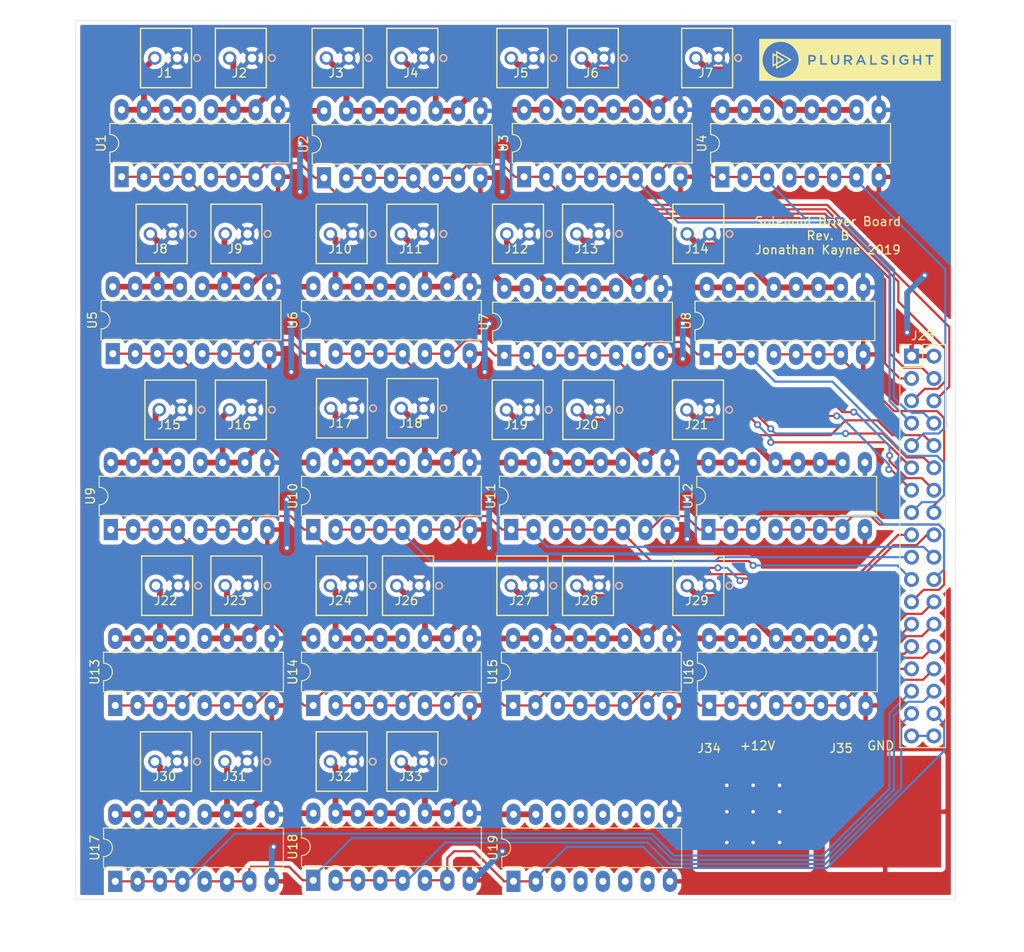
<source format=kicad_pcb>
(kicad_pcb (version 20171130) (host pcbnew "(5.1.0)-1")
  (layers (0 F.Cu signal) (31 B.Cu signal) (34 B.Paste user) (35 F.Paste user) (36 B.SilkS user) (37 F.SilkS user) (38 B.Mask user) (39 F.Mask user) (44 Edge.Cuts user))
  (net 0 "")
  (net 1 O1)
  (net 2 +12V)
  (net 3 O2)
  (net 4 O3)
  (net 5 O4)
  (net 6 O5)
  (net 7 O6)
  (net 8 O7)
  (net 9 O8)
  (net 10 O9)
  (net 11 O10)
  (net 12 O11)
  (net 13 O12)
  (net 14 O13)
  (net 15 O14)
  (net 16 O15)
  (net 17 O16)
  (net 18 O17)
  (net 19 O18)
  (net 20 O19)
  (net 21 O20)
  (net 22 O21)
  (net 23 O22)
  (net 24 O23)
  (net 25 O24)
  (net 26 S30)
  (net 27 S29)
  (net 28 S28)
  (net 29 S27)
  (net 30 S26)
  (net 31 S25)
  (net 32 S24)
  (net 33 S23)
  (net 34 S22)
  (net 35 S21)
  (net 36 S20)
  (net 37 S19)
  (net 38 S18)
  (net 39 S17)
  (net 40 S16)
  (net 41 S15)
  (net 42 S14)
  (net 43 S13)
  (net 44 S12)
  (net 45 S11)
  (net 46 S10)
  (net 47 S9)
  (net 48 S8)
  (net 49 S7)
  (net 50 S6)
  (net 51 S5)
  (net 52 S4)
  (net 53 S3)
  (net 54 S2)
  (net 55 S1)
  (net 56 GND)
  (net 57 O25)
  (net 58 O26)
  (net 59 O27)
  (net 60 O28)
  (net 61 O29)
  (net 62 O30)
  (net 63 O31)
  (net 64 O32)
  (net 65 S32)
  (net 66 S31)
  (net 67 "Net-(U19-Pad3)")
  (net 68 "Net-(U19-Pad10)")
  (net 69 "Net-(U19-Pad4)")
  (net 70 "Net-(U19-Pad11)")
  (net 71 "Net-(U19-Pad5)")
  (net 72 "Net-(U19-Pad12)")
  (net 73 "Net-(U19-Pad6)")
  (net 74 "Net-(U19-Pad13)")
  (net 75 "Net-(U19-Pad7)")
  (net 76 "Net-(U19-Pad14)")
  (net 77 +5V)
  (module "Pluralsight:Pluralsight Logo_Small" (layer F.Cu) (at 188 54.5)
    (fp_text reference G*** hide)
    (fp_text value LOGO hide)
  )
  (module Pluralsight:ScrewTerm_282834-2 (layer F.Cu) (at 109 54.3 180)
    (fp_text reference J1 (at -1.1 -1.7 180) (layer F.SilkS))
    (fp_text value Sol)
    (pad 2 thru_hole circle (at 0 0 180) (size 1.524 1.524) (drill 0.9652) (layers *.Cu *.Mask) (net 1 O1))
    (pad 1 thru_hole circle (at -2.54 0 180) (size 1.524 1.524) (drill 0.9652) (layers *.Cu *.Mask) (net 2 +12V))
  )
  (module Pluralsight:ScrewTerm_282834-2 (layer F.Cu) (at 117.5 54.3 180)
    (fp_text reference J2 (at -1.1 -1.7 180) (layer F.SilkS))
    (fp_text value Sol)
    (pad 1 thru_hole circle (at -2.54 0 180) (size 1.524 1.524) (drill 0.9652) (layers *.Cu *.Mask) (net 2 +12V))
    (pad 2 thru_hole circle (at 0 0 180) (size 1.524 1.524) (drill 0.9652) (layers *.Cu *.Mask) (net 3 O2))
  )
  (module Pluralsight:ScrewTerm_282834-2 (layer F.Cu) (at 128.5 54.3 180)
    (fp_text reference J3 (at -1.1 -1.7 180) (layer F.SilkS))
    (fp_text value Sol)
    (pad 2 thru_hole circle (at 0 0 180) (size 1.524 1.524) (drill 0.9652) (layers *.Cu *.Mask) (net 4 O3))
    (pad 1 thru_hole circle (at -2.54 0 180) (size 1.524 1.524) (drill 0.9652) (layers *.Cu *.Mask) (net 2 +12V))
  )
  (module Pluralsight:ScrewTerm_282834-2 (layer F.Cu) (at 137 54.3 180)
    (fp_text reference J4 (at -1.1 -1.7 180) (layer F.SilkS))
    (fp_text value Sol)
    (pad 1 thru_hole circle (at -2.54 0 180) (size 1.524 1.524) (drill 0.9652) (layers *.Cu *.Mask) (net 2 +12V))
    (pad 2 thru_hole circle (at 0 0 180) (size 1.524 1.524) (drill 0.9652) (layers *.Cu *.Mask) (net 5 O4))
  )
  (module Pluralsight:ScrewTerm_282834-2 (layer F.Cu) (at 149.5 54.3 180)
    (fp_text reference J5 (at -1.1 -1.7 180) (layer F.SilkS))
    (fp_text value Sol)
    (pad 2 thru_hole circle (at 0 0 180) (size 1.524 1.524) (drill 0.9652) (layers *.Cu *.Mask) (net 6 O5))
    (pad 1 thru_hole circle (at -2.54 0 180) (size 1.524 1.524) (drill 0.9652) (layers *.Cu *.Mask) (net 2 +12V))
  )
  (module Pluralsight:ScrewTerm_282834-2 (layer F.Cu) (at 157.5 54.3 180)
    (fp_text reference J6 (at -1.1 -1.7 180) (layer F.SilkS))
    (fp_text value Sol)
    (pad 1 thru_hole circle (at -2.54 0 180) (size 1.524 1.524) (drill 0.9652) (layers *.Cu *.Mask) (net 2 +12V))
    (pad 2 thru_hole circle (at 0 0 180) (size 1.524 1.524) (drill 0.9652) (layers *.Cu *.Mask) (net 7 O6))
  )
  (module Pluralsight:ScrewTerm_282834-2 (layer F.Cu) (at 170.5 54.3 180)
    (fp_text reference J7 (at -1.1 -1.7 180) (layer F.SilkS))
    (fp_text value Sol)
    (pad 2 thru_hole circle (at 0 0 180) (size 1.524 1.524) (drill 0.9652) (layers *.Cu *.Mask) (net 8 O7))
    (pad 1 thru_hole circle (at -2.54 0 180) (size 1.524 1.524) (drill 0.9652) (layers *.Cu *.Mask) (net 2 +12V))
  )
  (module Pluralsight:ScrewTerm_282834-2 (layer F.Cu) (at 108.5 74.3 180)
    (fp_text reference J8 (at -1.1 -1.7 180) (layer F.SilkS))
    (fp_text value Sol)
    (pad 2 thru_hole circle (at 0 0 180) (size 1.524 1.524) (drill 0.9652) (layers *.Cu *.Mask) (net 9 O8))
    (pad 1 thru_hole circle (at -2.54 0 180) (size 1.524 1.524) (drill 0.9652) (layers *.Cu *.Mask) (net 2 +12V))
  )
  (module Pluralsight:ScrewTerm_282834-2 (layer F.Cu) (at 117 74.3 180)
    (fp_text reference J9 (at -1.1 -1.7 180) (layer F.SilkS))
    (fp_text value Sol)
    (pad 1 thru_hole circle (at -2.54 0 180) (size 1.524 1.524) (drill 0.9652) (layers *.Cu *.Mask) (net 2 +12V))
    (pad 2 thru_hole circle (at 0 0 180) (size 1.524 1.524) (drill 0.9652) (layers *.Cu *.Mask) (net 10 O9))
  )
  (module Pluralsight:ScrewTerm_282834-2 (layer F.Cu) (at 128.96 74.3 180)
    (fp_text reference J10 (at -1.1 -1.7 180) (layer F.SilkS))
    (fp_text value Sol)
    (pad 1 thru_hole circle (at -2.54 0 180) (size 1.524 1.524) (drill 0.9652) (layers *.Cu *.Mask) (net 2 +12V))
    (pad 2 thru_hole circle (at 0 0 180) (size 1.524 1.524) (drill 0.9652) (layers *.Cu *.Mask) (net 11 O10))
  )
  (module Pluralsight:ScrewTerm_282834-2 (layer F.Cu) (at 137 74.3 180)
    (fp_text reference J11 (at -1.1 -1.7) (layer F.SilkS))
    (fp_text value Sol)
    (pad 2 thru_hole circle (at 0 0 180) (size 1.524 1.524) (drill 0.9652) (layers *.Cu *.Mask) (net 12 O11))
    (pad 1 thru_hole circle (at -2.54 0 180) (size 1.524 1.524) (drill 0.9652) (layers *.Cu *.Mask) (net 2 +12V))
  )
  (module Pluralsight:ScrewTerm_282834-2 (layer F.Cu) (at 149 74.3 180)
    (fp_text reference J12 (at -1.1 -1.7 180) (layer F.SilkS))
    (fp_text value Sol)
    (pad 1 thru_hole circle (at -2.54 0 180) (size 1.524 1.524) (drill 0.9652) (layers *.Cu *.Mask) (net 2 +12V))
    (pad 2 thru_hole circle (at 0 0 180) (size 1.524 1.524) (drill 0.9652) (layers *.Cu *.Mask) (net 13 O12))
  )
  (module Pluralsight:ScrewTerm_282834-2 (layer F.Cu) (at 156.96 74.3 180)
    (fp_text reference J13 (at -1.1 -1.7 180) (layer F.SilkS))
    (fp_text value Sol)
    (pad 2 thru_hole circle (at 0 0 180) (size 1.524 1.524) (drill 0.9652) (layers *.Cu *.Mask) (net 14 O13))
    (pad 1 thru_hole circle (at -2.54 0 180) (size 1.524 1.524) (drill 0.9652) (layers *.Cu *.Mask) (net 2 +12V))
  )
  (module Pluralsight:ScrewTerm_282834-2 (layer F.Cu) (at 169.5 74.3 180)
    (fp_text reference J14 (at -1.1 -1.7 180) (layer F.SilkS))
    (fp_text value Sol)
    (pad 1 thru_hole circle (at -2.54 0 180) (size 1.524 1.524) (drill 0.9652) (layers *.Cu *.Mask) (net 2 +12V))
    (pad 2 thru_hole circle (at 0 0 180) (size 1.524 1.524) (drill 0.9652) (layers *.Cu *.Mask) (net 15 O14))
  )
  (module Pluralsight:ScrewTerm_282834-2 (layer F.Cu) (at 109.5 94.3 180)
    (fp_text reference J15 (at -1.1 -1.7 180) (layer F.SilkS))
    (fp_text value Sol)
    (pad 2 thru_hole circle (at 0 0 180) (size 1.524 1.524) (drill 0.9652) (layers *.Cu *.Mask) (net 16 O15))
    (pad 1 thru_hole circle (at -2.54 0 180) (size 1.524 1.524) (drill 0.9652) (layers *.Cu *.Mask) (net 2 +12V))
  )
  (module Pluralsight:ScrewTerm_282834-2 (layer F.Cu) (at 117.5 94.3 180)
    (fp_text reference J16 (at -1.1 -1.7 180) (layer F.SilkS))
    (fp_text value Sol)
    (pad 1 thru_hole circle (at -2.54 0 180) (size 1.524 1.524) (drill 0.9652) (layers *.Cu *.Mask) (net 2 +12V))
    (pad 2 thru_hole circle (at 0 0 180) (size 1.524 1.524) (drill 0.9652) (layers *.Cu *.Mask) (net 17 O16))
  )
  (module Pluralsight:ScrewTerm_282834-2 (layer F.Cu) (at 129 94.124401 180)
    (fp_text reference J17 (at -1.1 -1.7 180) (layer F.SilkS))
    (fp_text value Sol)
    (pad 2 thru_hole circle (at 0 0 180) (size 1.524 1.524) (drill 0.9652) (layers *.Cu *.Mask) (net 18 O17))
    (pad 1 thru_hole circle (at -2.54 0 180) (size 1.524 1.524) (drill 0.9652) (layers *.Cu *.Mask) (net 2 +12V))
  )
  (module Pluralsight:ScrewTerm_282834-2 (layer F.Cu) (at 137 94.124401 180)
    (fp_text reference J18 (at -1.1 -1.7 180) (layer F.SilkS))
    (fp_text value Sol)
    (pad 1 thru_hole circle (at -2.54 0 180) (size 1.524 1.524) (drill 0.9652) (layers *.Cu *.Mask) (net 2 +12V))
    (pad 2 thru_hole circle (at 0 0 180) (size 1.524 1.524) (drill 0.9652) (layers *.Cu *.Mask) (net 19 O18))
  )
  (module Pluralsight:ScrewTerm_282834-2 (layer F.Cu) (at 148.96 94.3 180)
    (fp_text reference J19 (at -1.1 -1.7 180) (layer F.SilkS))
    (fp_text value Sol)
    (pad 2 thru_hole circle (at 0 0 180) (size 1.524 1.524) (drill 0.9652) (layers *.Cu *.Mask) (net 20 O19))
    (pad 1 thru_hole circle (at -2.54 0 180) (size 1.524 1.524) (drill 0.9652) (layers *.Cu *.Mask) (net 2 +12V))
  )
  (module Pluralsight:ScrewTerm_282834-2 (layer F.Cu) (at 157 94.3 180)
    (fp_text reference J20 (at -1.1 -1.7 180) (layer F.SilkS))
    (fp_text value Sol)
    (pad 1 thru_hole circle (at -2.54 0 180) (size 1.524 1.524) (drill 0.9652) (layers *.Cu *.Mask) (net 2 +12V))
    (pad 2 thru_hole circle (at 0 0 180) (size 1.524 1.524) (drill 0.9652) (layers *.Cu *.Mask) (net 21 O20))
  )
  (module Pluralsight:ScrewTerm_282834-2 (layer F.Cu) (at 169.46 94.3 180)
    (fp_text reference J21 (at -1.1 -1.7 180) (layer F.SilkS))
    (fp_text value Sol)
    (pad 2 thru_hole circle (at 0 0 180) (size 1.524 1.524) (drill 0.9652) (layers *.Cu *.Mask) (net 22 O21))
    (pad 1 thru_hole circle (at -2.54 0 180) (size 1.524 1.524) (drill 0.9652) (layers *.Cu *.Mask) (net 2 +12V))
  )
  (module Pluralsight:ScrewTerm_282834-2 (layer F.Cu) (at 109.125001 114.3 180)
    (fp_text reference J22 (at -1.1 -1.7 180) (layer F.SilkS))
    (fp_text value Sol)
    (pad 1 thru_hole circle (at -2.54 0 180) (size 1.524 1.524) (drill 0.9652) (layers *.Cu *.Mask) (net 2 +12V))
    (pad 2 thru_hole circle (at 0 0 180) (size 1.524 1.524) (drill 0.9652) (layers *.Cu *.Mask) (net 23 O22))
  )
  (module Pluralsight:ScrewTerm_282834-2 (layer F.Cu) (at 117 114.3 180)
    (fp_text reference J23 (at -1.1 -1.7 180) (layer F.SilkS))
    (fp_text value Sol)
    (pad 2 thru_hole circle (at 0 0 180) (size 1.524 1.524) (drill 0.9652) (layers *.Cu *.Mask) (net 24 O23))
    (pad 1 thru_hole circle (at -2.54 0 180) (size 1.524 1.524) (drill 0.9652) (layers *.Cu *.Mask) (net 2 +12V))
  )
  (module Pluralsight:ScrewTerm_282834-2 (layer F.Cu) (at 128.96 114.3 180)
    (fp_text reference J24 (at -1.1 -1.7 180) (layer F.SilkS))
    (fp_text value Sol)
    (pad 1 thru_hole circle (at -2.54 0 180) (size 1.524 1.524) (drill 0.9652) (layers *.Cu *.Mask) (net 2 +12V))
    (pad 2 thru_hole circle (at 0 0 180) (size 1.524 1.524) (drill 0.9652) (layers *.Cu *.Mask) (net 25 O24))
  )
  (module Pluralsight:ScrewTerm_282834-2 (layer F.Cu) (at 136.5 114.3 180)
    (fp_text reference J26 (at -1.1 -1.7 180) (layer F.SilkS))
    (fp_text value Sol)
    (pad 2 thru_hole circle (at 0 0 180) (size 1.524 1.524) (drill 0.9652) (layers *.Cu *.Mask) (net 57 O25))
    (pad 1 thru_hole circle (at -2.54 0 180) (size 1.524 1.524) (drill 0.9652) (layers *.Cu *.Mask) (net 2 +12V))
  )
  (module Pluralsight:ScrewTerm_282834-2 (layer F.Cu) (at 149.5 114.3 180)
    (fp_text reference J27 (at -1.1 -1.7 180) (layer F.SilkS))
    (fp_text value Sol)
    (pad 1 thru_hole circle (at -2.54 0 180) (size 1.524 1.524) (drill 0.9652) (layers *.Cu *.Mask) (net 2 +12V))
    (pad 2 thru_hole circle (at 0 0 180) (size 1.524 1.524) (drill 0.9652) (layers *.Cu *.Mask) (net 58 O26))
  )
  (module Pluralsight:ScrewTerm_282834-2 (layer F.Cu) (at 156.96 114.3 180)
    (fp_text reference J28 (at -1.1 -1.7 180) (layer F.SilkS))
    (fp_text value Sol)
    (pad 2 thru_hole circle (at 0 0 180) (size 1.524 1.524) (drill 0.9652) (layers *.Cu *.Mask) (net 59 O27))
    (pad 1 thru_hole circle (at -2.54 0 180) (size 1.524 1.524) (drill 0.9652) (layers *.Cu *.Mask) (net 2 +12V))
  )
  (module Pluralsight:ScrewTerm_282834-2 (layer F.Cu) (at 169.5 114.3 180)
    (fp_text reference J29 (at -1.1 -1.7 180) (layer F.SilkS))
    (fp_text value Sol)
    (pad 1 thru_hole circle (at -2.54 0 180) (size 1.524 1.524) (drill 0.9652) (layers *.Cu *.Mask) (net 2 +12V))
    (pad 2 thru_hole circle (at 0 0 180) (size 1.524 1.524) (drill 0.9652) (layers *.Cu *.Mask) (net 60 O28))
  )
  (module Pluralsight:ScrewTerm_282834-2 (layer F.Cu) (at 109 134.3 180)
    (fp_text reference J30 (at -1.1 -1.7 180) (layer F.SilkS))
    (fp_text value Sol)
    (pad 2 thru_hole circle (at 0 0 180) (size 1.524 1.524) (drill 0.9652) (layers *.Cu *.Mask) (net 61 O29))
    (pad 1 thru_hole circle (at -2.54 0 180) (size 1.524 1.524) (drill 0.9652) (layers *.Cu *.Mask) (net 2 +12V))
  )
  (module Pluralsight:ScrewTerm_282834-2 (layer F.Cu) (at 116.96 134.3 180)
    (fp_text reference J31 (at -1.1 -1.7 180) (layer F.SilkS))
    (fp_text value Sol)
    (pad 1 thru_hole circle (at -2.54 0 180) (size 1.524 1.524) (drill 0.9652) (layers *.Cu *.Mask) (net 2 +12V))
    (pad 2 thru_hole circle (at 0 0 180) (size 1.524 1.524) (drill 0.9652) (layers *.Cu *.Mask) (net 62 O30))
  )
  (module Pluralsight:ScrewTerm_282834-2 (layer F.Cu) (at 128.96 134.3 180)
    (fp_text reference J32 (at -1.1 -1.7 180) (layer F.SilkS))
    (fp_text value Sol)
    (pad 2 thru_hole circle (at 0 0 180) (size 1.524 1.524) (drill 0.9652) (layers *.Cu *.Mask) (net 63 O31))
    (pad 1 thru_hole circle (at -2.54 0 180) (size 1.524 1.524) (drill 0.9652) (layers *.Cu *.Mask) (net 2 +12V))
  )
  (module Pluralsight:ScrewTerm_282834-2 (layer F.Cu) (at 137 134.3 180)
    (fp_text reference J33 (at -1.1 -1.7 180) (layer F.SilkS))
    (fp_text value Sol)
    (pad 1 thru_hole circle (at -2.54 0 180) (size 1.524 1.524) (drill 0.9652) (layers *.Cu *.Mask) (net 2 +12V))
    (pad 2 thru_hole circle (at 0 0 180) (size 1.524 1.524) (drill 0.9652) (layers *.Cu *.Mask) (net 64 O32))
  )
  (module Pluralsight:SolderPadPower (layer F.Cu) (at 177 140)
    (fp_text reference J34 (at -5 -7.2) (layer F.SilkS))
    (fp_text value Power)
    (pad 1 smd rect (at 0 0) (size 12.7 12.7) (layers F.Cu F.Paste F.Mask) (net 2 +12V))
  )
  (module Pluralsight:SolderPadPower (layer F.Cu) (at 192 140)
    (fp_text reference J35 (at -5 -7.2) (layer F.SilkS))
    (fp_text value Power)
    (pad 1 smd rect (at 0 0) (size 12.7 12.7) (layers F.Cu F.Paste F.Mask) (net 56 GND))
  )
  (module Package_DIP:DIP-16_W7.62mm_LongPads (layer F.Cu) (at 105.22 67.8 90)
    (fp_text reference U1 (at 3.81 -2.33 90) (layer F.SilkS))
    (fp_text value ULN2003A)
    (pad 1 thru_hole rect (at 0 0 90) (size 2.4 1.6) (drill 0.8) (layers *.Cu *.Mask) (net 55 S1))
    (pad 9 thru_hole oval (at 7.62 17.78 90) (size 2.4 1.6) (drill 0.8) (layers *.Cu *.Mask) (net 2 +12V))
    (pad 2 thru_hole oval (at 0 2.54 90) (size 2.4 1.6) (drill 0.8) (layers *.Cu *.Mask) (net 55 S1))
    (pad 10 thru_hole oval (at 7.62 15.24 90) (size 2.4 1.6) (drill 0.8) (layers *.Cu *.Mask) (net 3 O2))
    (pad 3 thru_hole oval (at 0 5.08 90) (size 2.4 1.6) (drill 0.8) (layers *.Cu *.Mask) (net 55 S1))
    (pad 11 thru_hole oval (at 7.62 12.7 90) (size 2.4 1.6) (drill 0.8) (layers *.Cu *.Mask) (net 3 O2))
    (pad 4 thru_hole oval (at 0 7.62 90) (size 2.4 1.6) (drill 0.8) (layers *.Cu *.Mask) (net 55 S1))
    (pad 12 thru_hole oval (at 7.62 10.16 90) (size 2.4 1.6) (drill 0.8) (layers *.Cu *.Mask) (net 3 O2))
    (pad 5 thru_hole oval (at 0 10.16 90) (size 2.4 1.6) (drill 0.8) (layers *.Cu *.Mask) (net 54 S2))
    (pad 13 thru_hole oval (at 7.62 7.62 90) (size 2.4 1.6) (drill 0.8) (layers *.Cu *.Mask) (net 1 O1))
    (pad 6 thru_hole oval (at 0 12.7 90) (size 2.4 1.6) (drill 0.8) (layers *.Cu *.Mask) (net 54 S2))
    (pad 14 thru_hole oval (at 7.62 5.08 90) (size 2.4 1.6) (drill 0.8) (layers *.Cu *.Mask) (net 1 O1))
    (pad 7 thru_hole oval (at 0 15.24 90) (size 2.4 1.6) (drill 0.8) (layers *.Cu *.Mask) (net 54 S2))
    (pad 15 thru_hole oval (at 7.62 2.54 90) (size 2.4 1.6) (drill 0.8) (layers *.Cu *.Mask) (net 1 O1))
    (pad 8 thru_hole oval (at 0 17.78 90) (size 2.4 1.6) (drill 0.8) (layers *.Cu *.Mask) (net 56 GND))
    (pad 16 thru_hole oval (at 7.62 0 90) (size 2.4 1.6) (drill 0.8) (layers *.Cu *.Mask) (net 1 O1))
  )
  (module Package_DIP:DIP-16_W7.62mm_LongPads (layer F.Cu) (at 128.22 67.92 90)
    (fp_text reference U2 (at 3.81 -2.33 90) (layer F.SilkS))
    (fp_text value ULN2003A)
    (pad 16 thru_hole oval (at 7.62 0 90) (size 2.4 1.6) (drill 0.8) (layers *.Cu *.Mask) (net 3 O2))
    (pad 8 thru_hole oval (at 0 17.78 90) (size 2.4 1.6) (drill 0.8) (layers *.Cu *.Mask) (net 56 GND))
    (pad 15 thru_hole oval (at 7.62 2.54 90) (size 2.4 1.6) (drill 0.8) (layers *.Cu *.Mask) (net 4 O3))
    (pad 7 thru_hole oval (at 0 15.24 90) (size 2.4 1.6) (drill 0.8) (layers *.Cu *.Mask) (net 52 S4))
    (pad 14 thru_hole oval (at 7.62 5.08 90) (size 2.4 1.6) (drill 0.8) (layers *.Cu *.Mask) (net 4 O3))
    (pad 6 thru_hole oval (at 0 12.7 90) (size 2.4 1.6) (drill 0.8) (layers *.Cu *.Mask) (net 52 S4))
    (pad 13 thru_hole oval (at 7.62 7.62 90) (size 2.4 1.6) (drill 0.8) (layers *.Cu *.Mask) (net 4 O3))
    (pad 5 thru_hole oval (at 0 10.16 90) (size 2.4 1.6) (drill 0.8) (layers *.Cu *.Mask) (net 53 S3))
    (pad 12 thru_hole oval (at 7.62 10.16 90) (size 2.4 1.6) (drill 0.8) (layers *.Cu *.Mask) (net 4 O3))
    (pad 4 thru_hole oval (at 0 7.62 90) (size 2.4 1.6) (drill 0.8) (layers *.Cu *.Mask) (net 53 S3))
    (pad 11 thru_hole oval (at 7.62 12.7 90) (size 2.4 1.6) (drill 0.8) (layers *.Cu *.Mask) (net 5 O4))
    (pad 3 thru_hole oval (at 0 5.08 90) (size 2.4 1.6) (drill 0.8) (layers *.Cu *.Mask) (net 53 S3))
    (pad 10 thru_hole oval (at 7.62 15.24 90) (size 2.4 1.6) (drill 0.8) (layers *.Cu *.Mask) (net 5 O4))
    (pad 2 thru_hole oval (at 0 2.54 90) (size 2.4 1.6) (drill 0.8) (layers *.Cu *.Mask) (net 53 S3))
    (pad 9 thru_hole oval (at 7.62 17.78 90) (size 2.4 1.6) (drill 0.8) (layers *.Cu *.Mask) (net 2 +12V))
    (pad 1 thru_hole rect (at 0 0 90) (size 2.4 1.6) (drill 0.8) (layers *.Cu *.Mask) (net 54 S2))
  )
  (module Package_DIP:DIP-16_W7.62mm_LongPads (layer F.Cu) (at 150.96 67.8 90)
    (fp_text reference U3 (at 3.81 -2.33 90) (layer F.SilkS))
    (fp_text value ULN2003A)
    (pad 1 thru_hole rect (at 0 0 90) (size 2.4 1.6) (drill 0.8) (layers *.Cu *.Mask) (net 52 S4))
    (pad 9 thru_hole oval (at 7.62 17.78 90) (size 2.4 1.6) (drill 0.8) (layers *.Cu *.Mask) (net 2 +12V))
    (pad 2 thru_hole oval (at 0 2.54 90) (size 2.4 1.6) (drill 0.8) (layers *.Cu *.Mask) (net 52 S4))
    (pad 10 thru_hole oval (at 7.62 15.24 90) (size 2.4 1.6) (drill 0.8) (layers *.Cu *.Mask) (net 7 O6))
    (pad 3 thru_hole oval (at 0 5.08 90) (size 2.4 1.6) (drill 0.8) (layers *.Cu *.Mask) (net 51 S5))
    (pad 11 thru_hole oval (at 7.62 12.7 90) (size 2.4 1.6) (drill 0.8) (layers *.Cu *.Mask) (net 6 O5))
    (pad 4 thru_hole oval (at 0 7.62 90) (size 2.4 1.6) (drill 0.8) (layers *.Cu *.Mask) (net 51 S5))
    (pad 12 thru_hole oval (at 7.62 10.16 90) (size 2.4 1.6) (drill 0.8) (layers *.Cu *.Mask) (net 6 O5))
    (pad 5 thru_hole oval (at 0 10.16 90) (size 2.4 1.6) (drill 0.8) (layers *.Cu *.Mask) (net 51 S5))
    (pad 13 thru_hole oval (at 7.62 7.62 90) (size 2.4 1.6) (drill 0.8) (layers *.Cu *.Mask) (net 6 O5))
    (pad 6 thru_hole oval (at 0 12.7 90) (size 2.4 1.6) (drill 0.8) (layers *.Cu *.Mask) (net 51 S5))
    (pad 14 thru_hole oval (at 7.62 5.08 90) (size 2.4 1.6) (drill 0.8) (layers *.Cu *.Mask) (net 6 O5))
    (pad 7 thru_hole oval (at 0 15.24 90) (size 2.4 1.6) (drill 0.8) (layers *.Cu *.Mask) (net 50 S6))
    (pad 15 thru_hole oval (at 7.62 2.54 90) (size 2.4 1.6) (drill 0.8) (layers *.Cu *.Mask) (net 5 O4))
    (pad 8 thru_hole oval (at 0 17.78 90) (size 2.4 1.6) (drill 0.8) (layers *.Cu *.Mask) (net 56 GND))
    (pad 16 thru_hole oval (at 7.62 0 90) (size 2.4 1.6) (drill 0.8) (layers *.Cu *.Mask) (net 5 O4))
  )
  (module Package_DIP:DIP-16_W7.62mm_LongPads (layer F.Cu) (at 173.5 67.82 90)
    (fp_text reference U4 (at 3.81 -2.33 90) (layer F.SilkS))
    (fp_text value ULN2003A)
    (pad 16 thru_hole oval (at 7.62 0 90) (size 2.4 1.6) (drill 0.8) (layers *.Cu *.Mask) (net 7 O6))
    (pad 8 thru_hole oval (at 0 17.78 90) (size 2.4 1.6) (drill 0.8) (layers *.Cu *.Mask) (net 56 GND))
    (pad 15 thru_hole oval (at 7.62 2.54 90) (size 2.4 1.6) (drill 0.8) (layers *.Cu *.Mask) (net 7 O6))
    (pad 7 thru_hole oval (at 0 15.24 90) (size 2.4 1.6) (drill 0.8) (layers *.Cu *.Mask) (net 49 S7))
    (pad 14 thru_hole oval (at 7.62 5.08 90) (size 2.4 1.6) (drill 0.8) (layers *.Cu *.Mask) (net 7 O6))
    (pad 6 thru_hole oval (at 0 12.7 90) (size 2.4 1.6) (drill 0.8) (layers *.Cu *.Mask) (net 49 S7))
    (pad 13 thru_hole oval (at 7.62 7.62 90) (size 2.4 1.6) (drill 0.8) (layers *.Cu *.Mask) (net 8 O7))
    (pad 5 thru_hole oval (at 0 10.16 90) (size 2.4 1.6) (drill 0.8) (layers *.Cu *.Mask) (net 49 S7))
    (pad 12 thru_hole oval (at 7.62 10.16 90) (size 2.4 1.6) (drill 0.8) (layers *.Cu *.Mask) (net 8 O7))
    (pad 4 thru_hole oval (at 0 7.62 90) (size 2.4 1.6) (drill 0.8) (layers *.Cu *.Mask) (net 49 S7))
    (pad 11 thru_hole oval (at 7.62 12.7 90) (size 2.4 1.6) (drill 0.8) (layers *.Cu *.Mask) (net 8 O7))
    (pad 3 thru_hole oval (at 0 5.08 90) (size 2.4 1.6) (drill 0.8) (layers *.Cu *.Mask) (net 50 S6))
    (pad 10 thru_hole oval (at 7.62 15.24 90) (size 2.4 1.6) (drill 0.8) (layers *.Cu *.Mask) (net 8 O7))
    (pad 2 thru_hole oval (at 0 2.54 90) (size 2.4 1.6) (drill 0.8) (layers *.Cu *.Mask) (net 50 S6))
    (pad 9 thru_hole oval (at 7.62 17.78 90) (size 2.4 1.6) (drill 0.8) (layers *.Cu *.Mask) (net 2 +12V))
    (pad 1 thru_hole rect (at 0 0 90) (size 2.4 1.6) (drill 0.8) (layers *.Cu *.Mask) (net 50 S6))
  )
  (module Package_DIP:DIP-16_W7.62mm_LongPads (layer F.Cu) (at 104.22 87.92 90)
    (fp_text reference U5 (at 3.81 -2.33 90) (layer F.SilkS))
    (fp_text value ULN2003A)
    (pad 1 thru_hole rect (at 0 0 90) (size 2.4 1.6) (drill 0.8) (layers *.Cu *.Mask) (net 48 S8))
    (pad 9 thru_hole oval (at 7.62 17.78 90) (size 2.4 1.6) (drill 0.8) (layers *.Cu *.Mask) (net 2 +12V))
    (pad 2 thru_hole oval (at 0 2.54 90) (size 2.4 1.6) (drill 0.8) (layers *.Cu *.Mask) (net 48 S8))
    (pad 10 thru_hole oval (at 7.62 15.24 90) (size 2.4 1.6) (drill 0.8) (layers *.Cu *.Mask) (net 10 O9))
    (pad 3 thru_hole oval (at 0 5.08 90) (size 2.4 1.6) (drill 0.8) (layers *.Cu *.Mask) (net 48 S8))
    (pad 11 thru_hole oval (at 7.62 12.7 90) (size 2.4 1.6) (drill 0.8) (layers *.Cu *.Mask) (net 10 O9))
    (pad 4 thru_hole oval (at 0 7.62 90) (size 2.4 1.6) (drill 0.8) (layers *.Cu *.Mask) (net 48 S8))
    (pad 12 thru_hole oval (at 7.62 10.16 90) (size 2.4 1.6) (drill 0.8) (layers *.Cu *.Mask) (net 10 O9))
    (pad 5 thru_hole oval (at 0 10.16 90) (size 2.4 1.6) (drill 0.8) (layers *.Cu *.Mask) (net 47 S9))
    (pad 13 thru_hole oval (at 7.62 7.62 90) (size 2.4 1.6) (drill 0.8) (layers *.Cu *.Mask) (net 9 O8))
    (pad 6 thru_hole oval (at 0 12.7 90) (size 2.4 1.6) (drill 0.8) (layers *.Cu *.Mask) (net 47 S9))
    (pad 14 thru_hole oval (at 7.62 5.08 90) (size 2.4 1.6) (drill 0.8) (layers *.Cu *.Mask) (net 9 O8))
    (pad 7 thru_hole oval (at 0 15.24 90) (size 2.4 1.6) (drill 0.8) (layers *.Cu *.Mask) (net 47 S9))
    (pad 15 thru_hole oval (at 7.62 2.54 90) (size 2.4 1.6) (drill 0.8) (layers *.Cu *.Mask) (net 9 O8))
    (pad 8 thru_hole oval (at 0 17.78 90) (size 2.4 1.6) (drill 0.8) (layers *.Cu *.Mask) (net 56 GND))
    (pad 16 thru_hole oval (at 7.62 0 90) (size 2.4 1.6) (drill 0.8) (layers *.Cu *.Mask) (net 9 O8))
  )
  (module Package_DIP:DIP-16_W7.62mm_LongPads (layer F.Cu) (at 127 87.92 90)
    (fp_text reference U6 (at 3.81 -2.33 90) (layer F.SilkS))
    (fp_text value ULN2003A)
    (pad 16 thru_hole oval (at 7.62 0 90) (size 2.4 1.6) (drill 0.8) (layers *.Cu *.Mask) (net 10 O9))
    (pad 8 thru_hole oval (at 0 17.78 90) (size 2.4 1.6) (drill 0.8) (layers *.Cu *.Mask) (net 56 GND))
    (pad 15 thru_hole oval (at 7.62 2.54 90) (size 2.4 1.6) (drill 0.8) (layers *.Cu *.Mask) (net 11 O10))
    (pad 7 thru_hole oval (at 0 15.24 90) (size 2.4 1.6) (drill 0.8) (layers *.Cu *.Mask) (net 45 S11))
    (pad 14 thru_hole oval (at 7.62 5.08 90) (size 2.4 1.6) (drill 0.8) (layers *.Cu *.Mask) (net 11 O10))
    (pad 6 thru_hole oval (at 0 12.7 90) (size 2.4 1.6) (drill 0.8) (layers *.Cu *.Mask) (net 45 S11))
    (pad 13 thru_hole oval (at 7.62 7.62 90) (size 2.4 1.6) (drill 0.8) (layers *.Cu *.Mask) (net 11 O10))
    (pad 5 thru_hole oval (at 0 10.16 90) (size 2.4 1.6) (drill 0.8) (layers *.Cu *.Mask) (net 46 S10))
    (pad 12 thru_hole oval (at 7.62 10.16 90) (size 2.4 1.6) (drill 0.8) (layers *.Cu *.Mask) (net 11 O10))
    (pad 4 thru_hole oval (at 0 7.62 90) (size 2.4 1.6) (drill 0.8) (layers *.Cu *.Mask) (net 46 S10))
    (pad 11 thru_hole oval (at 7.62 12.7 90) (size 2.4 1.6) (drill 0.8) (layers *.Cu *.Mask) (net 12 O11))
    (pad 3 thru_hole oval (at 0 5.08 90) (size 2.4 1.6) (drill 0.8) (layers *.Cu *.Mask) (net 46 S10))
    (pad 10 thru_hole oval (at 7.62 15.24 90) (size 2.4 1.6) (drill 0.8) (layers *.Cu *.Mask) (net 12 O11))
    (pad 2 thru_hole oval (at 0 2.54 90) (size 2.4 1.6) (drill 0.8) (layers *.Cu *.Mask) (net 46 S10))
    (pad 9 thru_hole oval (at 7.62 17.78 90) (size 2.4 1.6) (drill 0.8) (layers *.Cu *.Mask) (net 2 +12V))
    (pad 1 thru_hole rect (at 0 0 90) (size 2.4 1.6) (drill 0.8) (layers *.Cu *.Mask) (net 47 S9))
  )
  (module Package_DIP:DIP-16_W7.62mm_LongPads (layer F.Cu) (at 148.72 88.12 90)
    (fp_text reference U7 (at 3.81 -2.33 90) (layer F.SilkS))
    (fp_text value ULN2003A)
    (pad 1 thru_hole rect (at 0 0 90) (size 2.4 1.6) (drill 0.8) (layers *.Cu *.Mask) (net 45 S11))
    (pad 9 thru_hole oval (at 7.62 17.78 90) (size 2.4 1.6) (drill 0.8) (layers *.Cu *.Mask) (net 2 +12V))
    (pad 2 thru_hole oval (at 0 2.54 90) (size 2.4 1.6) (drill 0.8) (layers *.Cu *.Mask) (net 45 S11))
    (pad 10 thru_hole oval (at 7.62 15.24 90) (size 2.4 1.6) (drill 0.8) (layers *.Cu *.Mask) (net 14 O13))
    (pad 3 thru_hole oval (at 0 5.08 90) (size 2.4 1.6) (drill 0.8) (layers *.Cu *.Mask) (net 44 S12))
    (pad 11 thru_hole oval (at 7.62 12.7 90) (size 2.4 1.6) (drill 0.8) (layers *.Cu *.Mask) (net 13 O12))
    (pad 4 thru_hole oval (at 0 7.62 90) (size 2.4 1.6) (drill 0.8) (layers *.Cu *.Mask) (net 44 S12))
    (pad 12 thru_hole oval (at 7.62 10.16 90) (size 2.4 1.6) (drill 0.8) (layers *.Cu *.Mask) (net 13 O12))
    (pad 5 thru_hole oval (at 0 10.16 90) (size 2.4 1.6) (drill 0.8) (layers *.Cu *.Mask) (net 44 S12))
    (pad 13 thru_hole oval (at 7.62 7.62 90) (size 2.4 1.6) (drill 0.8) (layers *.Cu *.Mask) (net 13 O12))
    (pad 6 thru_hole oval (at 0 12.7 90) (size 2.4 1.6) (drill 0.8) (layers *.Cu *.Mask) (net 44 S12))
    (pad 14 thru_hole oval (at 7.62 5.08 90) (size 2.4 1.6) (drill 0.8) (layers *.Cu *.Mask) (net 13 O12))
    (pad 7 thru_hole oval (at 0 15.24 90) (size 2.4 1.6) (drill 0.8) (layers *.Cu *.Mask) (net 43 S13))
    (pad 15 thru_hole oval (at 7.62 2.54 90) (size 2.4 1.6) (drill 0.8) (layers *.Cu *.Mask) (net 12 O11))
    (pad 8 thru_hole oval (at 0 17.78 90) (size 2.4 1.6) (drill 0.8) (layers *.Cu *.Mask) (net 56 GND))
    (pad 16 thru_hole oval (at 7.62 0 90) (size 2.4 1.6) (drill 0.8) (layers *.Cu *.Mask) (net 12 O11))
  )
  (module Package_DIP:DIP-16_W7.62mm_LongPads (layer F.Cu) (at 171.72 88 90)
    (fp_text reference U8 (at 3.81 -2.33 90) (layer F.SilkS))
    (fp_text value ULN2003A)
    (pad 16 thru_hole oval (at 7.62 0 90) (size 2.4 1.6) (drill 0.8) (layers *.Cu *.Mask) (net 14 O13))
    (pad 8 thru_hole oval (at 0 17.78 90) (size 2.4 1.6) (drill 0.8) (layers *.Cu *.Mask) (net 56 GND))
    (pad 15 thru_hole oval (at 7.62 2.54 90) (size 2.4 1.6) (drill 0.8) (layers *.Cu *.Mask) (net 14 O13))
    (pad 7 thru_hole oval (at 0 15.24 90) (size 2.4 1.6) (drill 0.8) (layers *.Cu *.Mask) (net 42 S14))
    (pad 14 thru_hole oval (at 7.62 5.08 90) (size 2.4 1.6) (drill 0.8) (layers *.Cu *.Mask) (net 14 O13))
    (pad 6 thru_hole oval (at 0 12.7 90) (size 2.4 1.6) (drill 0.8) (layers *.Cu *.Mask) (net 42 S14))
    (pad 13 thru_hole oval (at 7.62 7.62 90) (size 2.4 1.6) (drill 0.8) (layers *.Cu *.Mask) (net 15 O14))
    (pad 5 thru_hole oval (at 0 10.16 90) (size 2.4 1.6) (drill 0.8) (layers *.Cu *.Mask) (net 42 S14))
    (pad 12 thru_hole oval (at 7.62 10.16 90) (size 2.4 1.6) (drill 0.8) (layers *.Cu *.Mask) (net 15 O14))
    (pad 4 thru_hole oval (at 0 7.62 90) (size 2.4 1.6) (drill 0.8) (layers *.Cu *.Mask) (net 42 S14))
    (pad 11 thru_hole oval (at 7.62 12.7 90) (size 2.4 1.6) (drill 0.8) (layers *.Cu *.Mask) (net 15 O14))
    (pad 3 thru_hole oval (at 0 5.08 90) (size 2.4 1.6) (drill 0.8) (layers *.Cu *.Mask) (net 43 S13))
    (pad 10 thru_hole oval (at 7.62 15.24 90) (size 2.4 1.6) (drill 0.8) (layers *.Cu *.Mask) (net 15 O14))
    (pad 2 thru_hole oval (at 0 2.54 90) (size 2.4 1.6) (drill 0.8) (layers *.Cu *.Mask) (net 43 S13))
    (pad 9 thru_hole oval (at 7.62 17.78 90) (size 2.4 1.6) (drill 0.8) (layers *.Cu *.Mask) (net 2 +12V))
    (pad 1 thru_hole rect (at 0 0 90) (size 2.4 1.6) (drill 0.8) (layers *.Cu *.Mask) (net 43 S13))
  )
  (module Package_DIP:DIP-16_W7.62mm_LongPads (layer F.Cu) (at 104 107.92 90)
    (fp_text reference U9 (at 3.81 -2.33 90) (layer F.SilkS))
    (fp_text value ULN2003A)
    (pad 1 thru_hole rect (at 0 0 90) (size 2.4 1.6) (drill 0.8) (layers *.Cu *.Mask) (net 41 S15))
    (pad 9 thru_hole oval (at 7.62 17.78 90) (size 2.4 1.6) (drill 0.8) (layers *.Cu *.Mask) (net 2 +12V))
    (pad 2 thru_hole oval (at 0 2.54 90) (size 2.4 1.6) (drill 0.8) (layers *.Cu *.Mask) (net 41 S15))
    (pad 10 thru_hole oval (at 7.62 15.24 90) (size 2.4 1.6) (drill 0.8) (layers *.Cu *.Mask) (net 17 O16))
    (pad 3 thru_hole oval (at 0 5.08 90) (size 2.4 1.6) (drill 0.8) (layers *.Cu *.Mask) (net 41 S15))
    (pad 11 thru_hole oval (at 7.62 12.7 90) (size 2.4 1.6) (drill 0.8) (layers *.Cu *.Mask) (net 17 O16))
    (pad 4 thru_hole oval (at 0 7.62 90) (size 2.4 1.6) (drill 0.8) (layers *.Cu *.Mask) (net 41 S15))
    (pad 12 thru_hole oval (at 7.62 10.16 90) (size 2.4 1.6) (drill 0.8) (layers *.Cu *.Mask) (net 17 O16))
    (pad 5 thru_hole oval (at 0 10.16 90) (size 2.4 1.6) (drill 0.8) (layers *.Cu *.Mask) (net 40 S16))
    (pad 13 thru_hole oval (at 7.62 7.62 90) (size 2.4 1.6) (drill 0.8) (layers *.Cu *.Mask) (net 16 O15))
    (pad 6 thru_hole oval (at 0 12.7 90) (size 2.4 1.6) (drill 0.8) (layers *.Cu *.Mask) (net 40 S16))
    (pad 14 thru_hole oval (at 7.62 5.08 90) (size 2.4 1.6) (drill 0.8) (layers *.Cu *.Mask) (net 16 O15))
    (pad 7 thru_hole oval (at 0 15.24 90) (size 2.4 1.6) (drill 0.8) (layers *.Cu *.Mask) (net 40 S16))
    (pad 15 thru_hole oval (at 7.62 2.54 90) (size 2.4 1.6) (drill 0.8) (layers *.Cu *.Mask) (net 16 O15))
    (pad 8 thru_hole oval (at 0 17.78 90) (size 2.4 1.6) (drill 0.8) (layers *.Cu *.Mask) (net 56 GND))
    (pad 16 thru_hole oval (at 7.62 0 90) (size 2.4 1.6) (drill 0.8) (layers *.Cu *.Mask) (net 16 O15))
  )
  (module Package_DIP:DIP-16_W7.62mm_LongPads (layer F.Cu) (at 127 107.92 90)
    (fp_text reference U10 (at 3.81 -2.33 90) (layer F.SilkS))
    (fp_text value ULN2003A)
    (pad 16 thru_hole oval (at 7.62 0 90) (size 2.4 1.6) (drill 0.8) (layers *.Cu *.Mask) (net 17 O16))
    (pad 8 thru_hole oval (at 0 17.78 90) (size 2.4 1.6) (drill 0.8) (layers *.Cu *.Mask) (net 56 GND))
    (pad 15 thru_hole oval (at 7.62 2.54 90) (size 2.4 1.6) (drill 0.8) (layers *.Cu *.Mask) (net 18 O17))
    (pad 7 thru_hole oval (at 0 15.24 90) (size 2.4 1.6) (drill 0.8) (layers *.Cu *.Mask) (net 38 S18))
    (pad 14 thru_hole oval (at 7.62 5.08 90) (size 2.4 1.6) (drill 0.8) (layers *.Cu *.Mask) (net 18 O17))
    (pad 6 thru_hole oval (at 0 12.7 90) (size 2.4 1.6) (drill 0.8) (layers *.Cu *.Mask) (net 38 S18))
    (pad 13 thru_hole oval (at 7.62 7.62 90) (size 2.4 1.6) (drill 0.8) (layers *.Cu *.Mask) (net 18 O17))
    (pad 5 thru_hole oval (at 0 10.16 90) (size 2.4 1.6) (drill 0.8) (layers *.Cu *.Mask) (net 39 S17))
    (pad 12 thru_hole oval (at 7.62 10.16 90) (size 2.4 1.6) (drill 0.8) (layers *.Cu *.Mask) (net 18 O17))
    (pad 4 thru_hole oval (at 0 7.62 90) (size 2.4 1.6) (drill 0.8) (layers *.Cu *.Mask) (net 39 S17))
    (pad 11 thru_hole oval (at 7.62 12.7 90) (size 2.4 1.6) (drill 0.8) (layers *.Cu *.Mask) (net 19 O18))
    (pad 3 thru_hole oval (at 0 5.08 90) (size 2.4 1.6) (drill 0.8) (layers *.Cu *.Mask) (net 39 S17))
    (pad 10 thru_hole oval (at 7.62 15.24 90) (size 2.4 1.6) (drill 0.8) (layers *.Cu *.Mask) (net 19 O18))
    (pad 2 thru_hole oval (at 0 2.54 90) (size 2.4 1.6) (drill 0.8) (layers *.Cu *.Mask) (net 39 S17))
    (pad 9 thru_hole oval (at 7.62 17.78 90) (size 2.4 1.6) (drill 0.8) (layers *.Cu *.Mask) (net 2 +12V))
    (pad 1 thru_hole rect (at 0 0 90) (size 2.4 1.6) (drill 0.8) (layers *.Cu *.Mask) (net 40 S16))
  )
  (module Package_DIP:DIP-16_W7.62mm_LongPads (layer F.Cu) (at 149.5 107.92 90)
    (fp_text reference U11 (at 3.81 -2.33 90) (layer F.SilkS))
    (fp_text value ULN2003A)
    (pad 1 thru_hole rect (at 0 0 90) (size 2.4 1.6) (drill 0.8) (layers *.Cu *.Mask) (net 38 S18))
    (pad 9 thru_hole oval (at 7.62 17.78 90) (size 2.4 1.6) (drill 0.8) (layers *.Cu *.Mask) (net 2 +12V))
    (pad 2 thru_hole oval (at 0 2.54 90) (size 2.4 1.6) (drill 0.8) (layers *.Cu *.Mask) (net 38 S18))
    (pad 10 thru_hole oval (at 7.62 15.24 90) (size 2.4 1.6) (drill 0.8) (layers *.Cu *.Mask) (net 21 O20))
    (pad 3 thru_hole oval (at 0 5.08 90) (size 2.4 1.6) (drill 0.8) (layers *.Cu *.Mask) (net 37 S19))
    (pad 11 thru_hole oval (at 7.62 12.7 90) (size 2.4 1.6) (drill 0.8) (layers *.Cu *.Mask) (net 20 O19))
    (pad 4 thru_hole oval (at 0 7.62 90) (size 2.4 1.6) (drill 0.8) (layers *.Cu *.Mask) (net 37 S19))
    (pad 12 thru_hole oval (at 7.62 10.16 90) (size 2.4 1.6) (drill 0.8) (layers *.Cu *.Mask) (net 20 O19))
    (pad 5 thru_hole oval (at 0 10.16 90) (size 2.4 1.6) (drill 0.8) (layers *.Cu *.Mask) (net 37 S19))
    (pad 13 thru_hole oval (at 7.62 7.62 90) (size 2.4 1.6) (drill 0.8) (layers *.Cu *.Mask) (net 20 O19))
    (pad 6 thru_hole oval (at 0 12.7 90) (size 2.4 1.6) (drill 0.8) (layers *.Cu *.Mask) (net 37 S19))
    (pad 14 thru_hole oval (at 7.62 5.08 90) (size 2.4 1.6) (drill 0.8) (layers *.Cu *.Mask) (net 20 O19))
    (pad 7 thru_hole oval (at 0 15.24 90) (size 2.4 1.6) (drill 0.8) (layers *.Cu *.Mask) (net 36 S20))
    (pad 15 thru_hole oval (at 7.62 2.54 90) (size 2.4 1.6) (drill 0.8) (layers *.Cu *.Mask) (net 19 O18))
    (pad 8 thru_hole oval (at 0 17.78 90) (size 2.4 1.6) (drill 0.8) (layers *.Cu *.Mask) (net 56 GND))
    (pad 16 thru_hole oval (at 7.62 0 90) (size 2.4 1.6) (drill 0.8) (layers *.Cu *.Mask) (net 19 O18))
  )
  (module Package_DIP:DIP-16_W7.62mm_LongPads (layer F.Cu) (at 171.92 107.92 90)
    (fp_text reference U12 (at 3.81 -2.33 90) (layer F.SilkS))
    (fp_text value ULN2003A)
    (pad 16 thru_hole oval (at 7.62 0 90) (size 2.4 1.6) (drill 0.8) (layers *.Cu *.Mask) (net 21 O20))
    (pad 8 thru_hole oval (at 0 17.78 90) (size 2.4 1.6) (drill 0.8) (layers *.Cu *.Mask) (net 56 GND))
    (pad 15 thru_hole oval (at 7.62 2.54 90) (size 2.4 1.6) (drill 0.8) (layers *.Cu *.Mask) (net 21 O20))
    (pad 7 thru_hole oval (at 0 15.24 90) (size 2.4 1.6) (drill 0.8) (layers *.Cu *.Mask) (net 35 S21))
    (pad 14 thru_hole oval (at 7.62 5.08 90) (size 2.4 1.6) (drill 0.8) (layers *.Cu *.Mask) (net 21 O20))
    (pad 6 thru_hole oval (at 0 12.7 90) (size 2.4 1.6) (drill 0.8) (layers *.Cu *.Mask) (net 35 S21))
    (pad 13 thru_hole oval (at 7.62 7.62 90) (size 2.4 1.6) (drill 0.8) (layers *.Cu *.Mask) (net 22 O21))
    (pad 5 thru_hole oval (at 0 10.16 90) (size 2.4 1.6) (drill 0.8) (layers *.Cu *.Mask) (net 35 S21))
    (pad 12 thru_hole oval (at 7.62 10.16 90) (size 2.4 1.6) (drill 0.8) (layers *.Cu *.Mask) (net 22 O21))
    (pad 4 thru_hole oval (at 0 7.62 90) (size 2.4 1.6) (drill 0.8) (layers *.Cu *.Mask) (net 35 S21))
    (pad 11 thru_hole oval (at 7.62 12.7 90) (size 2.4 1.6) (drill 0.8) (layers *.Cu *.Mask) (net 22 O21))
    (pad 3 thru_hole oval (at 0 5.08 90) (size 2.4 1.6) (drill 0.8) (layers *.Cu *.Mask) (net 36 S20))
    (pad 10 thru_hole oval (at 7.62 15.24 90) (size 2.4 1.6) (drill 0.8) (layers *.Cu *.Mask) (net 22 O21))
    (pad 2 thru_hole oval (at 0 2.54 90) (size 2.4 1.6) (drill 0.8) (layers *.Cu *.Mask) (net 36 S20))
    (pad 9 thru_hole oval (at 7.62 17.78 90) (size 2.4 1.6) (drill 0.8) (layers *.Cu *.Mask) (net 2 +12V))
    (pad 1 thru_hole rect (at 0 0 90) (size 2.4 1.6) (drill 0.8) (layers *.Cu *.Mask) (net 36 S20))
  )
  (module Package_DIP:DIP-16_W7.62mm_LongPads (layer F.Cu) (at 104.5 127.92 90)
    (fp_text reference U13 (at 3.81 -2.33 90) (layer F.SilkS))
    (fp_text value ULN2003A)
    (pad 1 thru_hole rect (at 0 0 90) (size 2.4 1.6) (drill 0.8) (layers *.Cu *.Mask) (net 34 S22))
    (pad 9 thru_hole oval (at 7.62 17.78 90) (size 2.4 1.6) (drill 0.8) (layers *.Cu *.Mask) (net 2 +12V))
    (pad 2 thru_hole oval (at 0 2.54 90) (size 2.4 1.6) (drill 0.8) (layers *.Cu *.Mask) (net 34 S22))
    (pad 10 thru_hole oval (at 7.62 15.24 90) (size 2.4 1.6) (drill 0.8) (layers *.Cu *.Mask) (net 24 O23))
    (pad 3 thru_hole oval (at 0 5.08 90) (size 2.4 1.6) (drill 0.8) (layers *.Cu *.Mask) (net 34 S22))
    (pad 11 thru_hole oval (at 7.62 12.7 90) (size 2.4 1.6) (drill 0.8) (layers *.Cu *.Mask) (net 24 O23))
    (pad 4 thru_hole oval (at 0 7.62 90) (size 2.4 1.6) (drill 0.8) (layers *.Cu *.Mask) (net 34 S22))
    (pad 12 thru_hole oval (at 7.62 10.16 90) (size 2.4 1.6) (drill 0.8) (layers *.Cu *.Mask) (net 24 O23))
    (pad 5 thru_hole oval (at 0 10.16 90) (size 2.4 1.6) (drill 0.8) (layers *.Cu *.Mask) (net 33 S23))
    (pad 13 thru_hole oval (at 7.62 7.62 90) (size 2.4 1.6) (drill 0.8) (layers *.Cu *.Mask) (net 23 O22))
    (pad 6 thru_hole oval (at 0 12.7 90) (size 2.4 1.6) (drill 0.8) (layers *.Cu *.Mask) (net 33 S23))
    (pad 14 thru_hole oval (at 7.62 5.08 90) (size 2.4 1.6) (drill 0.8) (layers *.Cu *.Mask) (net 23 O22))
    (pad 7 thru_hole oval (at 0 15.24 90) (size 2.4 1.6) (drill 0.8) (layers *.Cu *.Mask) (net 33 S23))
    (pad 15 thru_hole oval (at 7.62 2.54 90) (size 2.4 1.6) (drill 0.8) (layers *.Cu *.Mask) (net 23 O22))
    (pad 8 thru_hole oval (at 0 17.78 90) (size 2.4 1.6) (drill 0.8) (layers *.Cu *.Mask) (net 56 GND))
    (pad 16 thru_hole oval (at 7.62 0 90) (size 2.4 1.6) (drill 0.8) (layers *.Cu *.Mask) (net 23 O22))
  )
  (module Package_DIP:DIP-16_W7.62mm_LongPads (layer F.Cu) (at 127 127.92 90)
    (fp_text reference U14 (at 3.81 -2.33 90) (layer F.SilkS))
    (fp_text value ULN2003A)
    (pad 16 thru_hole oval (at 7.62 0 90) (size 2.4 1.6) (drill 0.8) (layers *.Cu *.Mask) (net 24 O23))
    (pad 8 thru_hole oval (at 0 17.78 90) (size 2.4 1.6) (drill 0.8) (layers *.Cu *.Mask) (net 56 GND))
    (pad 15 thru_hole oval (at 7.62 2.54 90) (size 2.4 1.6) (drill 0.8) (layers *.Cu *.Mask) (net 25 O24))
    (pad 7 thru_hole oval (at 0 15.24 90) (size 2.4 1.6) (drill 0.8) (layers *.Cu *.Mask) (net 31 S25))
    (pad 14 thru_hole oval (at 7.62 5.08 90) (size 2.4 1.6) (drill 0.8) (layers *.Cu *.Mask) (net 25 O24))
    (pad 6 thru_hole oval (at 0 12.7 90) (size 2.4 1.6) (drill 0.8) (layers *.Cu *.Mask) (net 31 S25))
    (pad 13 thru_hole oval (at 7.62 7.62 90) (size 2.4 1.6) (drill 0.8) (layers *.Cu *.Mask) (net 25 O24))
    (pad 5 thru_hole oval (at 0 10.16 90) (size 2.4 1.6) (drill 0.8) (layers *.Cu *.Mask) (net 32 S24))
    (pad 12 thru_hole oval (at 7.62 10.16 90) (size 2.4 1.6) (drill 0.8) (layers *.Cu *.Mask) (net 25 O24))
    (pad 4 thru_hole oval (at 0 7.62 90) (size 2.4 1.6) (drill 0.8) (layers *.Cu *.Mask) (net 32 S24))
    (pad 11 thru_hole oval (at 7.62 12.7 90) (size 2.4 1.6) (drill 0.8) (layers *.Cu *.Mask) (net 57 O25))
    (pad 3 thru_hole oval (at 0 5.08 90) (size 2.4 1.6) (drill 0.8) (layers *.Cu *.Mask) (net 32 S24))
    (pad 10 thru_hole oval (at 7.62 15.24 90) (size 2.4 1.6) (drill 0.8) (layers *.Cu *.Mask) (net 57 O25))
    (pad 2 thru_hole oval (at 0 2.54 90) (size 2.4 1.6) (drill 0.8) (layers *.Cu *.Mask) (net 32 S24))
    (pad 9 thru_hole oval (at 7.62 17.78 90) (size 2.4 1.6) (drill 0.8) (layers *.Cu *.Mask) (net 2 +12V))
    (pad 1 thru_hole rect (at 0 0 90) (size 2.4 1.6) (drill 0.8) (layers *.Cu *.Mask) (net 33 S23))
  )
  (module Package_DIP:DIP-16_W7.62mm_LongPads (layer F.Cu) (at 149.72 127.92 90)
    (fp_text reference U15 (at 3.81 -2.33 90) (layer F.SilkS))
    (fp_text value ULN2003A)
    (pad 1 thru_hole rect (at 0 0 90) (size 2.4 1.6) (drill 0.8) (layers *.Cu *.Mask) (net 31 S25))
    (pad 9 thru_hole oval (at 7.62 17.78 90) (size 2.4 1.6) (drill 0.8) (layers *.Cu *.Mask) (net 2 +12V))
    (pad 2 thru_hole oval (at 0 2.54 90) (size 2.4 1.6) (drill 0.8) (layers *.Cu *.Mask) (net 31 S25))
    (pad 10 thru_hole oval (at 7.62 15.24 90) (size 2.4 1.6) (drill 0.8) (layers *.Cu *.Mask) (net 59 O27))
    (pad 3 thru_hole oval (at 0 5.08 90) (size 2.4 1.6) (drill 0.8) (layers *.Cu *.Mask) (net 30 S26))
    (pad 11 thru_hole oval (at 7.62 12.7 90) (size 2.4 1.6) (drill 0.8) (layers *.Cu *.Mask) (net 58 O26))
    (pad 4 thru_hole oval (at 0 7.62 90) (size 2.4 1.6) (drill 0.8) (layers *.Cu *.Mask) (net 30 S26))
    (pad 12 thru_hole oval (at 7.62 10.16 90) (size 2.4 1.6) (drill 0.8) (layers *.Cu *.Mask) (net 58 O26))
    (pad 5 thru_hole oval (at 0 10.16 90) (size 2.4 1.6) (drill 0.8) (layers *.Cu *.Mask) (net 30 S26))
    (pad 13 thru_hole oval (at 7.62 7.62 90) (size 2.4 1.6) (drill 0.8) (layers *.Cu *.Mask) (net 58 O26))
    (pad 6 thru_hole oval (at 0 12.7 90) (size 2.4 1.6) (drill 0.8) (layers *.Cu *.Mask) (net 30 S26))
    (pad 14 thru_hole oval (at 7.62 5.08 90) (size 2.4 1.6) (drill 0.8) (layers *.Cu *.Mask) (net 58 O26))
    (pad 7 thru_hole oval (at 0 15.24 90) (size 2.4 1.6) (drill 0.8) (layers *.Cu *.Mask) (net 29 S27))
    (pad 15 thru_hole oval (at 7.62 2.54 90) (size 2.4 1.6) (drill 0.8) (layers *.Cu *.Mask) (net 57 O25))
    (pad 8 thru_hole oval (at 0 17.78 90) (size 2.4 1.6) (drill 0.8) (layers *.Cu *.Mask) (net 56 GND))
    (pad 16 thru_hole oval (at 7.62 0 90) (size 2.4 1.6) (drill 0.8) (layers *.Cu *.Mask) (net 57 O25))
  )
  (module Package_DIP:DIP-16_W7.62mm_LongPads (layer F.Cu) (at 172 127.92 90)
    (fp_text reference U16 (at 3.81 -2.33 90) (layer F.SilkS))
    (fp_text value ULN2003A)
    (pad 16 thru_hole oval (at 7.62 0 90) (size 2.4 1.6) (drill 0.8) (layers *.Cu *.Mask) (net 59 O27))
    (pad 8 thru_hole oval (at 0 17.78 90) (size 2.4 1.6) (drill 0.8) (layers *.Cu *.Mask) (net 56 GND))
    (pad 15 thru_hole oval (at 7.62 2.54 90) (size 2.4 1.6) (drill 0.8) (layers *.Cu *.Mask) (net 59 O27))
    (pad 7 thru_hole oval (at 0 15.24 90) (size 2.4 1.6) (drill 0.8) (layers *.Cu *.Mask) (net 28 S28))
    (pad 14 thru_hole oval (at 7.62 5.08 90) (size 2.4 1.6) (drill 0.8) (layers *.Cu *.Mask) (net 59 O27))
    (pad 6 thru_hole oval (at 0 12.7 90) (size 2.4 1.6) (drill 0.8) (layers *.Cu *.Mask) (net 28 S28))
    (pad 13 thru_hole oval (at 7.62 7.62 90) (size 2.4 1.6) (drill 0.8) (layers *.Cu *.Mask) (net 60 O28))
    (pad 5 thru_hole oval (at 0 10.16 90) (size 2.4 1.6) (drill 0.8) (layers *.Cu *.Mask) (net 28 S28))
    (pad 12 thru_hole oval (at 7.62 10.16 90) (size 2.4 1.6) (drill 0.8) (layers *.Cu *.Mask) (net 60 O28))
    (pad 4 thru_hole oval (at 0 7.62 90) (size 2.4 1.6) (drill 0.8) (layers *.Cu *.Mask) (net 28 S28))
    (pad 11 thru_hole oval (at 7.62 12.7 90) (size 2.4 1.6) (drill 0.8) (layers *.Cu *.Mask) (net 60 O28))
    (pad 3 thru_hole oval (at 0 5.08 90) (size 2.4 1.6) (drill 0.8) (layers *.Cu *.Mask) (net 29 S27))
    (pad 10 thru_hole oval (at 7.62 15.24 90) (size 2.4 1.6) (drill 0.8) (layers *.Cu *.Mask) (net 60 O28))
    (pad 2 thru_hole oval (at 0 2.54 90) (size 2.4 1.6) (drill 0.8) (layers *.Cu *.Mask) (net 29 S27))
    (pad 9 thru_hole oval (at 7.62 17.78 90) (size 2.4 1.6) (drill 0.8) (layers *.Cu *.Mask) (net 2 +12V))
    (pad 1 thru_hole rect (at 0 0 90) (size 2.4 1.6) (drill 0.8) (layers *.Cu *.Mask) (net 29 S27))
  )
  (module Package_DIP:DIP-16_W7.62mm_LongPads (layer F.Cu) (at 104.5 147.92 90)
    (fp_text reference U17 (at 3.81 -2.33 90) (layer F.SilkS))
    (fp_text value ULN2003A)
    (pad 1 thru_hole rect (at 0 0 90) (size 2.4 1.6) (drill 0.8) (layers *.Cu *.Mask) (net 27 S29))
    (pad 9 thru_hole oval (at 7.62 17.78 90) (size 2.4 1.6) (drill 0.8) (layers *.Cu *.Mask) (net 2 +12V))
    (pad 2 thru_hole oval (at 0 2.54 90) (size 2.4 1.6) (drill 0.8) (layers *.Cu *.Mask) (net 27 S29))
    (pad 10 thru_hole oval (at 7.62 15.24 90) (size 2.4 1.6) (drill 0.8) (layers *.Cu *.Mask) (net 62 O30))
    (pad 3 thru_hole oval (at 0 5.08 90) (size 2.4 1.6) (drill 0.8) (layers *.Cu *.Mask) (net 27 S29))
    (pad 11 thru_hole oval (at 7.62 12.7 90) (size 2.4 1.6) (drill 0.8) (layers *.Cu *.Mask) (net 62 O30))
    (pad 4 thru_hole oval (at 0 7.62 90) (size 2.4 1.6) (drill 0.8) (layers *.Cu *.Mask) (net 27 S29))
    (pad 12 thru_hole oval (at 7.62 10.16 90) (size 2.4 1.6) (drill 0.8) (layers *.Cu *.Mask) (net 62 O30))
    (pad 5 thru_hole oval (at 0 10.16 90) (size 2.4 1.6) (drill 0.8) (layers *.Cu *.Mask) (net 26 S30))
    (pad 13 thru_hole oval (at 7.62 7.62 90) (size 2.4 1.6) (drill 0.8) (layers *.Cu *.Mask) (net 61 O29))
    (pad 6 thru_hole oval (at 0 12.7 90) (size 2.4 1.6) (drill 0.8) (layers *.Cu *.Mask) (net 26 S30))
    (pad 14 thru_hole oval (at 7.62 5.08 90) (size 2.4 1.6) (drill 0.8) (layers *.Cu *.Mask) (net 61 O29))
    (pad 7 thru_hole oval (at 0 15.24 90) (size 2.4 1.6) (drill 0.8) (layers *.Cu *.Mask) (net 26 S30))
    (pad 15 thru_hole oval (at 7.62 2.54 90) (size 2.4 1.6) (drill 0.8) (layers *.Cu *.Mask) (net 61 O29))
    (pad 8 thru_hole oval (at 0 17.78 90) (size 2.4 1.6) (drill 0.8) (layers *.Cu *.Mask) (net 56 GND))
    (pad 16 thru_hole oval (at 7.62 0 90) (size 2.4 1.6) (drill 0.8) (layers *.Cu *.Mask) (net 61 O29))
  )
  (module Package_DIP:DIP-16_W7.62mm_LongPads (layer F.Cu) (at 127 147.8 90)
    (fp_text reference U18 (at 3.81 -2.33 90) (layer F.SilkS))
    (fp_text value ULN2003A)
    (pad 16 thru_hole oval (at 7.62 0 90) (size 2.4 1.6) (drill 0.8) (layers *.Cu *.Mask) (net 62 O30))
    (pad 8 thru_hole oval (at 0 17.78 90) (size 2.4 1.6) (drill 0.8) (layers *.Cu *.Mask) (net 56 GND))
    (pad 15 thru_hole oval (at 7.62 2.54 90) (size 2.4 1.6) (drill 0.8) (layers *.Cu *.Mask) (net 63 O31))
    (pad 7 thru_hole oval (at 0 15.24 90) (size 2.4 1.6) (drill 0.8) (layers *.Cu *.Mask) (net 65 S32))
    (pad 14 thru_hole oval (at 7.62 5.08 90) (size 2.4 1.6) (drill 0.8) (layers *.Cu *.Mask) (net 63 O31))
    (pad 6 thru_hole oval (at 0 12.7 90) (size 2.4 1.6) (drill 0.8) (layers *.Cu *.Mask) (net 65 S32))
    (pad 13 thru_hole oval (at 7.62 7.62 90) (size 2.4 1.6) (drill 0.8) (layers *.Cu *.Mask) (net 63 O31))
    (pad 5 thru_hole oval (at 0 10.16 90) (size 2.4 1.6) (drill 0.8) (layers *.Cu *.Mask) (net 66 S31))
    (pad 12 thru_hole oval (at 7.62 10.16 90) (size 2.4 1.6) (drill 0.8) (layers *.Cu *.Mask) (net 63 O31))
    (pad 4 thru_hole oval (at 0 7.62 90) (size 2.4 1.6) (drill 0.8) (layers *.Cu *.Mask) (net 66 S31))
    (pad 11 thru_hole oval (at 7.62 12.7 90) (size 2.4 1.6) (drill 0.8) (layers *.Cu *.Mask) (net 64 O32))
    (pad 3 thru_hole oval (at 0 5.08 90) (size 2.4 1.6) (drill 0.8) (layers *.Cu *.Mask) (net 66 S31))
    (pad 10 thru_hole oval (at 7.62 15.24 90) (size 2.4 1.6) (drill 0.8) (layers *.Cu *.Mask) (net 64 O32))
    (pad 2 thru_hole oval (at 0 2.54 90) (size 2.4 1.6) (drill 0.8) (layers *.Cu *.Mask) (net 66 S31))
    (pad 9 thru_hole oval (at 7.62 17.78 90) (size 2.4 1.6) (drill 0.8) (layers *.Cu *.Mask) (net 2 +12V))
    (pad 1 thru_hole rect (at 0 0 90) (size 2.4 1.6) (drill 0.8) (layers *.Cu *.Mask) (net 26 S30))
  )
  (module Package_DIP:DIP-16_W7.62mm_LongPads (layer F.Cu) (at 149.76 147.92 90)
    (fp_text reference U19 (at 3.81 -2.33 90) (layer F.SilkS))
    (fp_text value ULN2003A)
    (pad 1 thru_hole rect (at 0 0 90) (size 2.4 1.6) (drill 0.8) (layers *.Cu *.Mask) (net 65 S32))
    (pad 9 thru_hole oval (at 7.62 17.78 90) (size 2.4 1.6) (drill 0.8) (layers *.Cu *.Mask) (net 2 +12V))
    (pad 2 thru_hole oval (at 0 2.54 90) (size 2.4 1.6) (drill 0.8) (layers *.Cu *.Mask) (net 65 S32))
    (pad 10 thru_hole oval (at 7.62 15.24 90) (size 2.4 1.6) (drill 0.8) (layers *.Cu *.Mask) (net 68 "Net-(U19-Pad10)"))
    (pad 3 thru_hole oval (at 0 5.08 90) (size 2.4 1.6) (drill 0.8) (layers *.Cu *.Mask) (net 67 "Net-(U19-Pad3)"))
    (pad 11 thru_hole oval (at 7.62 12.7 90) (size 2.4 1.6) (drill 0.8) (layers *.Cu *.Mask) (net 70 "Net-(U19-Pad11)"))
    (pad 4 thru_hole oval (at 0 7.62 90) (size 2.4 1.6) (drill 0.8) (layers *.Cu *.Mask) (net 69 "Net-(U19-Pad4)"))
    (pad 12 thru_hole oval (at 7.62 10.16 90) (size 2.4 1.6) (drill 0.8) (layers *.Cu *.Mask) (net 72 "Net-(U19-Pad12)"))
    (pad 5 thru_hole oval (at 0 10.16 90) (size 2.4 1.6) (drill 0.8) (layers *.Cu *.Mask) (net 71 "Net-(U19-Pad5)"))
    (pad 13 thru_hole oval (at 7.62 7.62 90) (size 2.4 1.6) (drill 0.8) (layers *.Cu *.Mask) (net 74 "Net-(U19-Pad13)"))
    (pad 6 thru_hole oval (at 0 12.7 90) (size 2.4 1.6) (drill 0.8) (layers *.Cu *.Mask) (net 73 "Net-(U19-Pad6)"))
    (pad 14 thru_hole oval (at 7.62 5.08 90) (size 2.4 1.6) (drill 0.8) (layers *.Cu *.Mask) (net 76 "Net-(U19-Pad14)"))
    (pad 7 thru_hole oval (at 0 15.24 90) (size 2.4 1.6) (drill 0.8) (layers *.Cu *.Mask) (net 75 "Net-(U19-Pad7)"))
    (pad 15 thru_hole oval (at 7.62 2.54 90) (size 2.4 1.6) (drill 0.8) (layers *.Cu *.Mask) (net 64 O32))
    (pad 8 thru_hole oval (at 0 17.78 90) (size 2.4 1.6) (drill 0.8) (layers *.Cu *.Mask) (net 56 GND))
    (pad 16 thru_hole oval (at 7.62 0 90) (size 2.4 1.6) (drill 0.8) (layers *.Cu *.Mask) (net 64 O32))
  )
  (module Connector_PinHeader_2.54mm:PinHeader_2x18_P2.54mm_Vertical (layer F.Cu) (at 195 88.2)
    (fp_text reference J25 (at 1.27 -2.33) (layer F.SilkS))
    (fp_text value Interface)
    (pad 1 thru_hole rect (at 0 0) (size 1.7 1.7) (drill 1) (layers *.Cu *.Mask) (net 56 GND))
    (pad 2 thru_hole oval (at 2.54 0) (size 1.7 1.7) (drill 1) (layers *.Cu *.Mask) (net 56 GND))
    (pad 3 thru_hole oval (at 0 2.54) (size 1.7 1.7) (drill 1) (layers *.Cu *.Mask) (net 55 S1))
    (pad 4 thru_hole oval (at 2.54 2.54) (size 1.7 1.7) (drill 1) (layers *.Cu *.Mask) (net 54 S2))
    (pad 5 thru_hole oval (at 0 5.08) (size 1.7 1.7) (drill 1) (layers *.Cu *.Mask) (net 53 S3))
    (pad 6 thru_hole oval (at 2.54 5.08) (size 1.7 1.7) (drill 1) (layers *.Cu *.Mask) (net 52 S4))
    (pad 7 thru_hole oval (at 0 7.62) (size 1.7 1.7) (drill 1) (layers *.Cu *.Mask) (net 51 S5))
    (pad 8 thru_hole oval (at 2.54 7.62) (size 1.7 1.7) (drill 1) (layers *.Cu *.Mask) (net 50 S6))
    (pad 9 thru_hole oval (at 0 10.16) (size 1.7 1.7) (drill 1) (layers *.Cu *.Mask) (net 49 S7))
    (pad 10 thru_hole oval (at 2.54 10.16) (size 1.7 1.7) (drill 1) (layers *.Cu *.Mask) (net 48 S8))
    (pad 11 thru_hole oval (at 0 12.7) (size 1.7 1.7) (drill 1) (layers *.Cu *.Mask) (net 47 S9))
    (pad 12 thru_hole oval (at 2.54 12.7) (size 1.7 1.7) (drill 1) (layers *.Cu *.Mask) (net 46 S10))
    (pad 13 thru_hole oval (at 0 15.24) (size 1.7 1.7) (drill 1) (layers *.Cu *.Mask) (net 45 S11))
    (pad 14 thru_hole oval (at 2.54 15.24) (size 1.7 1.7) (drill 1) (layers *.Cu *.Mask) (net 44 S12))
    (pad 15 thru_hole oval (at 0 17.78) (size 1.7 1.7) (drill 1) (layers *.Cu *.Mask) (net 43 S13))
    (pad 16 thru_hole oval (at 2.54 17.78) (size 1.7 1.7) (drill 1) (layers *.Cu *.Mask) (net 42 S14))
    (pad 17 thru_hole oval (at 0 20.32) (size 1.7 1.7) (drill 1) (layers *.Cu *.Mask) (net 41 S15))
    (pad 18 thru_hole oval (at 2.54 20.32) (size 1.7 1.7) (drill 1) (layers *.Cu *.Mask) (net 40 S16))
    (pad 19 thru_hole oval (at 0 22.86) (size 1.7 1.7) (drill 1) (layers *.Cu *.Mask) (net 39 S17))
    (pad 20 thru_hole oval (at 2.54 22.86) (size 1.7 1.7) (drill 1) (layers *.Cu *.Mask) (net 38 S18))
    (pad 21 thru_hole oval (at 0 25.4) (size 1.7 1.7) (drill 1) (layers *.Cu *.Mask) (net 37 S19))
    (pad 22 thru_hole oval (at 2.54 25.4) (size 1.7 1.7) (drill 1) (layers *.Cu *.Mask) (net 36 S20))
    (pad 23 thru_hole oval (at 0 27.94) (size 1.7 1.7) (drill 1) (layers *.Cu *.Mask) (net 35 S21))
    (pad 24 thru_hole oval (at 2.54 27.94) (size 1.7 1.7) (drill 1) (layers *.Cu *.Mask) (net 34 S22))
    (pad 25 thru_hole oval (at 0 30.48) (size 1.7 1.7) (drill 1) (layers *.Cu *.Mask) (net 33 S23))
    (pad 26 thru_hole oval (at 2.54 30.48) (size 1.7 1.7) (drill 1) (layers *.Cu *.Mask) (net 32 S24))
    (pad 27 thru_hole oval (at 0 33.02) (size 1.7 1.7) (drill 1) (layers *.Cu *.Mask) (net 31 S25))
    (pad 28 thru_hole oval (at 2.54 33.02) (size 1.7 1.7) (drill 1) (layers *.Cu *.Mask) (net 30 S26))
    (pad 29 thru_hole oval (at 0 35.56) (size 1.7 1.7) (drill 1) (layers *.Cu *.Mask) (net 29 S27))
    (pad 30 thru_hole oval (at 2.54 35.56) (size 1.7 1.7) (drill 1) (layers *.Cu *.Mask) (net 28 S28))
    (pad 31 thru_hole oval (at 0 38.1) (size 1.7 1.7) (drill 1) (layers *.Cu *.Mask) (net 27 S29))
    (pad 32 thru_hole oval (at 2.54 38.1) (size 1.7 1.7) (drill 1) (layers *.Cu *.Mask) (net 26 S30))
    (pad 33 thru_hole oval (at 0 40.64) (size 1.7 1.7) (drill 1) (layers *.Cu *.Mask) (net 66 S31))
    (pad 34 thru_hole oval (at 2.54 40.64) (size 1.7 1.7) (drill 1) (layers *.Cu *.Mask) (net 65 S32))
    (pad 35 thru_hole oval (at 0 43.18) (size 1.7 1.7) (drill 1) (layers *.Cu *.Mask) (net 77 +5V))
    (pad 36 thru_hole oval (at 2.54 43.18) (size 1.7 1.7) (drill 1) (layers *.Cu *.Mask) (net 77 +5V))
  )
  (gr_text GND (at 191.5 132.5) (layer F.SilkS) (effects (font (size 1 1))))
  (gr_text +12V (at 177.5 132.5) (layer F.SilkS) (effects (font (size 1 1))))
  (gr_text "Solenoid Driver Board\nRev. B\nJonathan Kayne 2019" (at 185.5 74.5) (layer F.SilkS) (effects (font (size 1 1))))
  (gr_line (start 100 150) (end 100 50) (layer Edge.Cuts) (width 0.05))
  (gr_line (start 200 150) (end 100 150) (layer Edge.Cuts) (width 0.05))
  (gr_line (start 200 50) (end 200 150) (layer Edge.Cuts) (width 0.05))
  (gr_line (start 100 50) (end 200 50) (layer Edge.Cuts) (width 0.05))
  (segment (start 105.22 60.18) (end 112.84 60.18) (width 0.6604) (layer F.Cu) (net 1))
  (segment (start 107.76 55.54) (end 109 54.3) (width 0.6604) (layer F.Cu) (net 1))
  (segment (start 107.76 60.18) (end 107.76 55.54) (width 0.6604) (layer F.Cu) (net 1))
  (via (at 180 143.5) (size 0.8) (drill 0.4) (layers F.Cu B.Cu) (net 2))
  (via (at 177 143.5) (size 0.8) (drill 0.4) (layers F.Cu B.Cu) (net 2))
  (via (at 174 143.5) (size 0.8) (drill 0.4) (layers F.Cu B.Cu) (net 2))
  (via (at 180 137) (size 0.8) (drill 0.4) (layers F.Cu B.Cu) (net 2))
  (via (at 177 137) (size 0.8) (drill 0.4) (layers F.Cu B.Cu) (net 2))
  (via (at 174 137) (size 0.8) (drill 0.4) (layers F.Cu B.Cu) (net 2))
  (via (at 174 140) (size 0.8) (drill 0.4) (layers F.Cu B.Cu) (net 2))
  (via (at 180 140) (size 0.8) (drill 0.4) (layers F.Cu B.Cu) (net 2))
  (via (at 177 140) (size 0.8) (drill 0.4) (layers F.Cu B.Cu) (net 2))
  (segment (start 120.46 60.18) (end 115.38 60.18) (width 0.6604) (layer F.Cu) (net 3))
  (segment (start 117.92 54.72) (end 117.5 54.3) (width 0.6604) (layer F.Cu) (net 3))
  (segment (start 117.92 60.18) (end 117.92 54.72) (width 0.6604) (layer F.Cu) (net 3))
  (segment (start 126.7596 60.3) (end 128.22 60.3) (width 0.6604) (layer F.Cu) (net 3))
  (segment (start 122.2198 58.0202) (end 124.4798 58.0202) (width 0.6604) (layer F.Cu) (net 3))
  (segment (start 120.46 59.78) (end 122.2198 58.0202) (width 0.6604) (layer F.Cu) (net 3))
  (segment (start 120.46 60.18) (end 120.46 59.78) (width 0.6604) (layer F.Cu) (net 3))
  (segment (start 124.4798 58.0202) (end 126.7596 60.3) (width 0.6604) (layer F.Cu) (net 3))
  (segment (start 130.76 60.3) (end 138.38 60.3) (width 0.6604) (layer F.Cu) (net 4))
  (segment (start 130.76 56.56) (end 128.5 54.3) (width 0.6604) (layer F.Cu) (net 4))
  (segment (start 130.76 60.3) (end 130.76 56.56) (width 0.6604) (layer F.Cu) (net 4))
  (segment (start 143.46 59.9) (end 143.46 60.3) (width 0.6604) (layer F.Cu) (net 5))
  (segment (start 144.9204 58.4396) (end 143.46 59.9) (width 0.6604) (layer F.Cu) (net 5))
  (segment (start 147.7592 58.4396) (end 144.9204 58.4396) (width 0.6604) (layer F.Cu) (net 5))
  (segment (start 149.4996 60.18) (end 147.7592 58.4396) (width 0.6604) (layer F.Cu) (net 5))
  (segment (start 150.96 60.18) (end 149.4996 60.18) (width 0.6604) (layer F.Cu) (net 5))
  (segment (start 143.46 60.3) (end 140.92 60.3) (width 0.6604) (layer F.Cu) (net 5))
  (segment (start 153.5 60.18) (end 150.96 60.18) (width 0.6604) (layer F.Cu) (net 5))
  (segment (start 140.92 58.22) (end 137 54.3) (width 0.6604) (layer F.Cu) (net 5))
  (segment (start 140.92 60.3) (end 140.92 58.22) (width 0.6604) (layer F.Cu) (net 5))
  (segment (start 163.66 60.18) (end 156.04 60.18) (width 0.6604) (layer F.Cu) (net 6))
  (segment (start 150.261999 55.061999) (end 149.5 54.3) (width 0.6604) (layer F.Cu) (net 6))
  (segment (start 150.6632 55.061999) (end 150.261999 55.061999) (width 0.6604) (layer F.Cu) (net 6))
  (segment (start 155.781201 60.18) (end 150.6632 55.061999) (width 0.6604) (layer F.Cu) (net 6))
  (segment (start 156.04 60.18) (end 155.781201 60.18) (width 0.6604) (layer F.Cu) (net 6))
  (segment (start 158.261999 55.061999) (end 157.5 54.3) (width 0.6604) (layer F.Cu) (net 7))
  (segment (start 158.792201 55.592201) (end 158.261999 55.061999) (width 0.6604) (layer F.Cu) (net 7))
  (segment (start 161.353402 55.592201) (end 158.792201 55.592201) (width 0.6604) (layer F.Cu) (net 7))
  (segment (start 165.941201 60.18) (end 161.353402 55.592201) (width 0.6604) (layer F.Cu) (net 7))
  (segment (start 166.2 60.18) (end 165.941201 60.18) (width 0.6604) (layer F.Cu) (net 7))
  (segment (start 178.58 60.2) (end 173.5 60.2) (width 0.6604) (layer F.Cu) (net 7))
  (segment (start 166.2 59.78) (end 166.2 60.18) (width 0.6604) (layer F.Cu) (net 7))
  (segment (start 167.6604 58.3196) (end 166.2 59.78) (width 0.6604) (layer F.Cu) (net 7))
  (segment (start 170.1592 58.3196) (end 167.6604 58.3196) (width 0.6604) (layer F.Cu) (net 7))
  (segment (start 172.0396 60.2) (end 170.1592 58.3196) (width 0.6604) (layer F.Cu) (net 7))
  (segment (start 173.5 60.2) (end 172.0396 60.2) (width 0.6604) (layer F.Cu) (net 7))
  (segment (start 188.74 60.2) (end 181.12 60.2) (width 0.6604) (layer F.Cu) (net 8))
  (segment (start 171.261999 55.061999) (end 170.5 54.3) (width 0.6604) (layer F.Cu) (net 8))
  (segment (start 171.792201 55.592201) (end 171.261999 55.061999) (width 0.6604) (layer F.Cu) (net 8))
  (segment (start 176.253402 55.592201) (end 171.792201 55.592201) (width 0.6604) (layer F.Cu) (net 8))
  (segment (start 180.861201 60.2) (end 176.253402 55.592201) (width 0.6604) (layer F.Cu) (net 8))
  (segment (start 181.12 60.2) (end 180.861201 60.2) (width 0.6604) (layer F.Cu) (net 8))
  (segment (start 104.22 80.3) (end 111.84 80.3) (width 0.6604) (layer F.Cu) (net 9))
  (segment (start 109.3 75.1) (end 108.5 74.3) (width 0.6604) (layer F.Cu) (net 9))
  (segment (start 109.3 80.3) (end 109.3 75.1) (width 0.6604) (layer F.Cu) (net 9))
  (segment (start 119.46 80.3) (end 114.38 80.3) (width 0.6604) (layer F.Cu) (net 10))
  (segment (start 116.92 74.38) (end 117 74.3) (width 0.6604) (layer F.Cu) (net 10))
  (segment (start 116.92 80.3) (end 116.92 74.38) (width 0.6604) (layer F.Cu) (net 10))
  (segment (start 125.5396 80.3) (end 127 80.3) (width 0.6604) (layer F.Cu) (net 10))
  (segment (start 123.80939 78.56979) (end 125.5396 80.3) (width 0.6604) (layer F.Cu) (net 10))
  (segment (start 121.449009 78.56979) (end 123.80939 78.56979) (width 0.6604) (layer F.Cu) (net 10))
  (segment (start 119.718799 80.3) (end 121.449009 78.56979) (width 0.6604) (layer F.Cu) (net 10))
  (segment (start 119.46 80.3) (end 119.718799 80.3) (width 0.6604) (layer F.Cu) (net 10))
  (segment (start 129.54 80.3) (end 137.16 80.3) (width 0.6604) (layer F.Cu) (net 11))
  (segment (start 129.54 74.88) (end 128.96 74.3) (width 0.6604) (layer F.Cu) (net 11))
  (segment (start 129.54 80.3) (end 129.54 74.88) (width 0.6604) (layer F.Cu) (net 11))
  (segment (start 142.24 80.3) (end 139.7 80.3) (width 0.6604) (layer F.Cu) (net 12))
  (segment (start 139.7 77) (end 137 74.3) (width 0.6604) (layer F.Cu) (net 12))
  (segment (start 139.7 80.3) (end 139.7 77) (width 0.6604) (layer F.Cu) (net 12))
  (segment (start 151.26 80.5) (end 148.72 80.5) (width 0.6604) (layer F.Cu) (net 12))
  (segment (start 142.24 79.9) (end 142.24 80.3) (width 0.6604) (layer F.Cu) (net 12))
  (segment (start 143.7004 78.4396) (end 142.24 79.9) (width 0.6604) (layer F.Cu) (net 12))
  (segment (start 147.0596 78.4396) (end 143.7004 78.4396) (width 0.6604) (layer F.Cu) (net 12))
  (segment (start 148.72 80.1) (end 147.0596 78.4396) (width 0.6604) (layer F.Cu) (net 12))
  (segment (start 148.72 80.5) (end 148.72 80.1) (width 0.6604) (layer F.Cu) (net 12))
  (segment (start 161.42 80.5) (end 153.8 80.5) (width 0.6604) (layer F.Cu) (net 13))
  (segment (start 149 75.3) (end 149 74.3) (width 0.6604) (layer F.Cu) (net 13))
  (segment (start 153.8 80.1) (end 149 75.3) (width 0.6604) (layer F.Cu) (net 13))
  (segment (start 153.8 80.5) (end 153.8 80.1) (width 0.6604) (layer F.Cu) (net 13))
  (segment (start 157.721999 75.061999) (end 156.96 74.3) (width 0.6604) (layer F.Cu) (net 14))
  (segment (start 158.2632 75.061999) (end 157.721999 75.061999) (width 0.6604) (layer F.Cu) (net 14))
  (segment (start 163.701201 80.5) (end 158.2632 75.061999) (width 0.6604) (layer F.Cu) (net 14))
  (segment (start 163.96 80.5) (end 163.701201 80.5) (width 0.6604) (layer F.Cu) (net 14))
  (segment (start 176.8 80.38) (end 171.72 80.38) (width 0.6604) (layer F.Cu) (net 14))
  (segment (start 163.96 80.1) (end 163.96 80.5) (width 0.6604) (layer F.Cu) (net 14))
  (segment (start 165.4204 78.6396) (end 163.96 80.1) (width 0.6604) (layer F.Cu) (net 14))
  (segment (start 168.5192 78.6396) (end 165.4204 78.6396) (width 0.6604) (layer F.Cu) (net 14))
  (segment (start 170.2596 80.38) (end 168.5192 78.6396) (width 0.6604) (layer F.Cu) (net 14))
  (segment (start 171.72 80.38) (end 170.2596 80.38) (width 0.6604) (layer F.Cu) (net 14))
  (segment (start 186.96 80.38) (end 179.34 80.38) (width 0.6604) (layer F.Cu) (net 15))
  (segment (start 170.261999 75.061999) (end 169.5 74.3) (width 0.6604) (layer F.Cu) (net 15))
  (segment (start 170.792201 75.592201) (end 170.261999 75.061999) (width 0.6604) (layer F.Cu) (net 15))
  (segment (start 174.293402 75.592201) (end 170.792201 75.592201) (width 0.6604) (layer F.Cu) (net 15))
  (segment (start 179.081201 80.38) (end 174.293402 75.592201) (width 0.6604) (layer F.Cu) (net 15))
  (segment (start 179.34 80.38) (end 179.081201 80.38) (width 0.6604) (layer F.Cu) (net 15))
  (segment (start 104 100.3) (end 111.62 100.3) (width 0.6604) (layer F.Cu) (net 16))
  (segment (start 109.08 94.72) (end 109.5 94.3) (width 0.6604) (layer F.Cu) (net 16))
  (segment (start 109.08 100.3) (end 109.08 94.72) (width 0.6604) (layer F.Cu) (net 16))
  (segment (start 119.24 100.3) (end 114.16 100.3) (width 0.6604) (layer F.Cu) (net 17))
  (segment (start 116.7 95.1) (end 117.5 94.3) (width 0.6604) (layer F.Cu) (net 17))
  (segment (start 116.7 100.3) (end 116.7 95.1) (width 0.6604) (layer F.Cu) (net 17))
  (segment (start 119.24 99.9) (end 119.24 100.3) (width 0.6604) (layer F.Cu) (net 17))
  (segment (start 120.7004 98.4396) (end 119.24 99.9) (width 0.6604) (layer F.Cu) (net 17))
  (segment (start 122.200801 98.4396) (end 120.7004 98.4396) (width 0.6604) (layer F.Cu) (net 17))
  (segment (start 124.061201 100.3) (end 122.200801 98.4396) (width 0.6604) (layer F.Cu) (net 17))
  (segment (start 127 100.3) (end 124.061201 100.3) (width 0.6604) (layer F.Cu) (net 17))
  (segment (start 137.16 100.3) (end 129.54 100.3) (width 0.6604) (layer F.Cu) (net 18))
  (segment (start 129.54 94.664401) (end 129 94.124401) (width 0.6604) (layer F.Cu) (net 18))
  (segment (start 129.54 100.3) (end 129.54 94.664401) (width 0.6604) (layer F.Cu) (net 18))
  (segment (start 142.24 100.3) (end 139.7 100.3) (width 0.6604) (layer F.Cu) (net 19))
  (segment (start 139.7 96.824401) (end 137 94.124401) (width 0.6604) (layer F.Cu) (net 19))
  (segment (start 139.7 100.3) (end 139.7 96.824401) (width 0.6604) (layer F.Cu) (net 19))
  (segment (start 152.04 100.3) (end 149.5 100.3) (width 0.6604) (layer F.Cu) (net 19))
  (segment (start 142.24 99.9) (end 142.24 100.3) (width 0.6604) (layer F.Cu) (net 19))
  (segment (start 143.7004 98.4396) (end 142.24 99.9) (width 0.6604) (layer F.Cu) (net 19))
  (segment (start 146.1792 98.4396) (end 143.7004 98.4396) (width 0.6604) (layer F.Cu) (net 19))
  (segment (start 148.0396 100.3) (end 146.1792 98.4396) (width 0.6604) (layer F.Cu) (net 19))
  (segment (start 149.5 100.3) (end 148.0396 100.3) (width 0.6604) (layer F.Cu) (net 19))
  (segment (start 162.2 100.3) (end 154.58 100.3) (width 0.6604) (layer F.Cu) (net 20))
  (segment (start 148.98 94.3) (end 148.96 94.3) (width 0.6604) (layer F.Cu) (net 20))
  (segment (start 154.58 99.9) (end 148.98 94.3) (width 0.6604) (layer F.Cu) (net 20))
  (segment (start 154.58 100.3) (end 154.58 99.9) (width 0.6604) (layer F.Cu) (net 20))
  (segment (start 157.761999 95.061999) (end 157 94.3) (width 0.6604) (layer F.Cu) (net 21))
  (segment (start 158.292201 95.592201) (end 157.761999 95.061999) (width 0.6604) (layer F.Cu) (net 21))
  (segment (start 159.773402 95.592201) (end 158.292201 95.592201) (width 0.6604) (layer F.Cu) (net 21))
  (segment (start 164.481201 100.3) (end 159.773402 95.592201) (width 0.6604) (layer F.Cu) (net 21))
  (segment (start 164.74 100.3) (end 164.481201 100.3) (width 0.6604) (layer F.Cu) (net 21))
  (segment (start 177 100.3) (end 171.92 100.3) (width 0.6604) (layer F.Cu) (net 21))
  (segment (start 164.74 99.9) (end 164.74 100.3) (width 0.6604) (layer F.Cu) (net 21))
  (segment (start 166.2004 98.4396) (end 164.74 99.9) (width 0.6604) (layer F.Cu) (net 21))
  (segment (start 168.5992 98.4396) (end 166.2004 98.4396) (width 0.6604) (layer F.Cu) (net 21))
  (segment (start 170.4596 100.3) (end 168.5992 98.4396) (width 0.6604) (layer F.Cu) (net 21))
  (segment (start 171.92 100.3) (end 170.4596 100.3) (width 0.6604) (layer F.Cu) (net 21))
  (segment (start 184.62 100.3) (end 179.54 100.3) (width 0.6604) (layer F.Cu) (net 22))
  (segment (start 170.221999 95.061999) (end 169.46 94.3) (width 0.6604) (layer F.Cu) (net 22))
  (segment (start 170.752201 95.592201) (end 170.221999 95.061999) (width 0.6604) (layer F.Cu) (net 22))
  (segment (start 174.573402 95.592201) (end 170.752201 95.592201) (width 0.6604) (layer F.Cu) (net 22))
  (segment (start 179.281201 100.3) (end 174.573402 95.592201) (width 0.6604) (layer F.Cu) (net 22))
  (segment (start 179.54 100.3) (end 179.281201 100.3) (width 0.6604) (layer F.Cu) (net 22))
  (segment (start 187.16 100.3) (end 184.62 100.3) (width 0.6604) (layer F.Cu) (net 22))
  (segment (start 104.5 120.3) (end 112.12 120.3) (width 0.6604) (layer F.Cu) (net 23))
  (segment (start 109.58 114.754999) (end 109.125001 114.3) (width 0.6604) (layer F.Cu) (net 23))
  (segment (start 109.58 120.3) (end 109.58 114.754999) (width 0.6604) (layer F.Cu) (net 23))
  (segment (start 114.66 120.3) (end 119.74 120.3) (width 0.6604) (layer F.Cu) (net 24))
  (segment (start 117.2 114.5) (end 117 114.3) (width 0.6604) (layer F.Cu) (net 24))
  (segment (start 117.2 120.3) (end 117.2 114.5) (width 0.6604) (layer F.Cu) (net 24))
  (segment (start 119.74 119.9) (end 119.74 120.3) (width 0.6604) (layer F.Cu) (net 24))
  (segment (start 121.2004 118.4396) (end 119.74 119.9) (width 0.6604) (layer F.Cu) (net 24))
  (segment (start 122.700801 118.4396) (end 121.2004 118.4396) (width 0.6604) (layer F.Cu) (net 24))
  (segment (start 124.561201 120.3) (end 122.700801 118.4396) (width 0.6604) (layer F.Cu) (net 24))
  (segment (start 127 120.3) (end 124.561201 120.3) (width 0.6604) (layer F.Cu) (net 24))
  (segment (start 137.16 120.3) (end 129.54 120.3) (width 0.6604) (layer F.Cu) (net 25))
  (segment (start 129.54 114.88) (end 128.96 114.3) (width 0.6604) (layer F.Cu) (net 25))
  (segment (start 129.54 120.3) (end 129.54 114.88) (width 0.6604) (layer F.Cu) (net 25))
  (segment (start 114.66 147.92) (end 119.74 147.92) (width 0.25) (layer F.Cu) (net 26))
  (segment (start 125.8 147.8) (end 127 147.8) (width 0.25) (layer F.Cu) (net 26))
  (segment (start 124.26 146.26) (end 125.8 147.8) (width 0.25) (layer F.Cu) (net 26))
  (segment (start 119.95 146.26) (end 124.26 146.26) (width 0.25) (layer F.Cu) (net 26))
  (segment (start 119.74 146.47) (end 119.95 146.26) (width 0.25) (layer F.Cu) (net 26))
  (segment (start 119.74 147.92) (end 119.74 146.47) (width 0.25) (layer F.Cu) (net 26))
  (segment (start 127 147.4) (end 127 147.8) (width 0.25) (layer B.Cu) (net 26))
  (segment (start 165.36359 143) (end 131.4 143) (width 0.25) (layer B.Cu) (net 26))
  (segment (start 168.45001 145.45001) (end 167.813599 145.450009) (width 0.25) (layer B.Cu) (net 26))
  (segment (start 197.54 126.3) (end 196.34 127.5) (width 0.25) (layer B.Cu) (net 26))
  (segment (start 168.49497 145.49497) (end 168.45001 145.45001) (width 0.25) (layer B.Cu) (net 26))
  (segment (start 196.34 127.5) (end 194.600998 127.5) (width 0.25) (layer B.Cu) (net 26))
  (segment (start 194.600998 127.5) (end 193 129.100998) (width 0.25) (layer B.Cu) (net 26))
  (segment (start 193 129.100998) (end 193 137.5) (width 0.25) (layer B.Cu) (net 26))
  (segment (start 167.813599 145.450009) (end 165.36359 143) (width 0.25) (layer B.Cu) (net 26))
  (segment (start 193 137.5) (end 185.00503 145.49497) (width 0.25) (layer B.Cu) (net 26))
  (segment (start 131.4 143) (end 127 147.4) (width 0.25) (layer B.Cu) (net 26))
  (segment (start 185.00503 145.49497) (end 168.49497 145.49497) (width 0.25) (layer B.Cu) (net 26))
  (segment (start 104.5 147.92) (end 112.12 147.92) (width 0.25) (layer F.Cu) (net 27))
  (segment (start 112.668996 147.92) (end 112.12 147.92) (width 0.25) (layer B.Cu) (net 27))
  (segment (start 118.088996 142.5) (end 112.668996 147.92) (width 0.25) (layer B.Cu) (net 27))
  (segment (start 195 126.3) (end 192.5 128.8) (width 0.25) (layer B.Cu) (net 27))
  (segment (start 192.5 128.8) (end 192.5 137.36359) (width 0.25) (layer B.Cu) (net 27))
  (segment (start 192.5 137.36359) (end 184.86359 145) (width 0.25) (layer B.Cu) (net 27))
  (segment (start 184.86359 145) (end 168 145) (width 0.25) (layer B.Cu) (net 27))
  (segment (start 168 145) (end 165.5 142.5) (width 0.25) (layer B.Cu) (net 27))
  (segment (start 165.5 142.5) (end 118.088996 142.5) (width 0.25) (layer B.Cu) (net 27))
  (segment (start 179.62 127.92) (end 187.24 127.92) (width 0.25) (layer F.Cu) (net 28))
  (segment (start 187.24 127.52) (end 189.76 125) (width 0.25) (layer F.Cu) (net 28))
  (segment (start 187.24 127.92) (end 187.24 127.52) (width 0.25) (layer F.Cu) (net 28))
  (segment (start 196.3 125) (end 197.54 123.76) (width 0.25) (layer F.Cu) (net 28))
  (segment (start 189.76 125) (end 196.3 125) (width 0.25) (layer F.Cu) (net 28))
  (segment (start 170.95 127.92) (end 172 127.92) (width 0.25) (layer F.Cu) (net 29))
  (segment (start 169.42499 126.39499) (end 170.95 127.92) (width 0.25) (layer F.Cu) (net 29))
  (segment (start 166.08501 126.39499) (end 169.42499 126.39499) (width 0.25) (layer F.Cu) (net 29))
  (segment (start 164.96 127.52) (end 166.08501 126.39499) (width 0.25) (layer F.Cu) (net 29))
  (segment (start 164.96 127.92) (end 164.96 127.52) (width 0.25) (layer F.Cu) (net 29))
  (segment (start 172 127.92) (end 177.08 127.92) (width 0.25) (layer F.Cu) (net 29))
  (segment (start 177.08 127.52) (end 177.08 127.92) (width 0.25) (layer F.Cu) (net 29))
  (segment (start 193.74 123.76) (end 192.95001 124.54999) (width 0.25) (layer F.Cu) (net 29))
  (segment (start 192.95001 124.54999) (end 187.45001 124.54999) (width 0.25) (layer F.Cu) (net 29))
  (segment (start 195 123.76) (end 193.74 123.76) (width 0.25) (layer F.Cu) (net 29))
  (segment (start 187.45001 124.54999) (end 186 126) (width 0.25) (layer F.Cu) (net 29))
  (segment (start 186 126) (end 178.6 126) (width 0.25) (layer F.Cu) (net 29))
  (segment (start 178.6 126) (end 177.08 127.52) (width 0.25) (layer F.Cu) (net 29))
  (segment (start 154.8 127.92) (end 162.42 127.92) (width 0.25) (layer F.Cu) (net 30))
  (segment (start 196.26 122.5) (end 197.54 121.22) (width 0.25) (layer F.Cu) (net 30))
  (segment (start 194 122.5) (end 196.26 122.5) (width 0.25) (layer F.Cu) (net 30))
  (segment (start 162.968996 127.92) (end 165.339006 125.54999) (width 0.25) (layer F.Cu) (net 30))
  (segment (start 165.339006 125.54999) (end 185.45001 125.54999) (width 0.25) (layer F.Cu) (net 30))
  (segment (start 185.45001 125.54999) (end 186.90002 124.09998) (width 0.25) (layer F.Cu) (net 30))
  (segment (start 186.90002 124.09998) (end 192.40002 124.09998) (width 0.25) (layer F.Cu) (net 30))
  (segment (start 162.42 127.92) (end 162.968996 127.92) (width 0.25) (layer F.Cu) (net 30))
  (segment (start 192.40002 124.09998) (end 194 122.5) (width 0.25) (layer F.Cu) (net 30))
  (segment (start 139.7 127.92) (end 142.24 127.92) (width 0.25) (layer F.Cu) (net 31))
  (segment (start 148.67 127.92) (end 149.72 127.92) (width 0.25) (layer F.Cu) (net 31))
  (segment (start 147.14499 126.39499) (end 148.67 127.92) (width 0.25) (layer F.Cu) (net 31))
  (segment (start 143.36501 126.39499) (end 147.14499 126.39499) (width 0.25) (layer F.Cu) (net 31))
  (segment (start 142.24 127.52) (end 143.36501 126.39499) (width 0.25) (layer F.Cu) (net 31))
  (segment (start 142.24 127.92) (end 142.24 127.52) (width 0.25) (layer F.Cu) (net 31))
  (segment (start 149.72 127.92) (end 152.26 127.92) (width 0.25) (layer F.Cu) (net 31))
  (segment (start 193.813599 122.049991) (end 194.170009 122.049991) (width 0.25) (layer F.Cu) (net 31))
  (segment (start 152.26 127.92) (end 152.26 127.52) (width 0.25) (layer F.Cu) (net 31))
  (segment (start 152.26 127.52) (end 154.68002 125.09998) (width 0.25) (layer F.Cu) (net 31))
  (segment (start 154.68002 125.09998) (end 185.26361 125.09998) (width 0.25) (layer F.Cu) (net 31))
  (segment (start 194.170009 122.049991) (end 195 121.22) (width 0.25) (layer F.Cu) (net 31))
  (segment (start 185.26361 125.09998) (end 186.713619 123.649971) (width 0.25) (layer F.Cu) (net 31))
  (segment (start 186.713619 123.649971) (end 192.21362 123.64997) (width 0.25) (layer F.Cu) (net 31))
  (segment (start 192.21362 123.64997) (end 193.813599 122.049991) (width 0.25) (layer F.Cu) (net 31))
  (segment (start 129.54 127.92) (end 137.16 127.92) (width 0.25) (layer F.Cu) (net 32))
  (segment (start 137.16 127.52) (end 137.16 127.92) (width 0.25) (layer F.Cu) (net 32))
  (segment (start 186.527218 123.199962) (end 185.07721 124.64997) (width 0.25) (layer F.Cu) (net 32))
  (segment (start 197.54 118.68) (end 196.175001 120.044999) (width 0.25) (layer F.Cu) (net 32))
  (segment (start 196.175001 120.044999) (end 194.435999 120.044999) (width 0.25) (layer F.Cu) (net 32))
  (segment (start 140.03003 124.64997) (end 137.16 127.52) (width 0.25) (layer F.Cu) (net 32))
  (segment (start 194.435999 120.044999) (end 193.5 120.980998) (width 0.25) (layer F.Cu) (net 32))
  (segment (start 193.5 120.980998) (end 193.5 121.72718) (width 0.25) (layer F.Cu) (net 32))
  (segment (start 193.5 121.72718) (end 192.027218 123.199962) (width 0.25) (layer F.Cu) (net 32))
  (segment (start 185.07721 124.64997) (end 140.03003 124.64997) (width 0.25) (layer F.Cu) (net 32))
  (segment (start 192.027218 123.199962) (end 186.527218 123.199962) (width 0.25) (layer F.Cu) (net 32))
  (segment (start 114.66 127.92) (end 119.74 127.92) (width 0.25) (layer F.Cu) (net 33))
  (segment (start 125.95 127.92) (end 127 127.92) (width 0.25) (layer F.Cu) (net 33))
  (segment (start 124.03 126) (end 125.95 127.92) (width 0.25) (layer F.Cu) (net 33))
  (segment (start 122.208996 126) (end 124.03 126) (width 0.25) (layer F.Cu) (net 33))
  (segment (start 120.288996 127.92) (end 122.208996 126) (width 0.25) (layer F.Cu) (net 33))
  (segment (start 119.74 127.92) (end 120.288996 127.92) (width 0.25) (layer F.Cu) (net 33))
  (segment (start 127 127.52) (end 127 127.92) (width 0.25) (layer F.Cu) (net 33))
  (segment (start 130.32004 124.19996) (end 127 127.52) (width 0.25) (layer F.Cu) (net 33))
  (segment (start 193 120.68) (end 193 121.59077) (width 0.25) (layer F.Cu) (net 33))
  (segment (start 193 121.59077) (end 191.840818 122.749952) (width 0.25) (layer F.Cu) (net 33))
  (segment (start 191.840818 122.749952) (end 186.340817 122.749953) (width 0.25) (layer F.Cu) (net 33))
  (segment (start 195 118.68) (end 193 120.68) (width 0.25) (layer F.Cu) (net 33))
  (segment (start 186.340817 122.749953) (end 184.89081 124.19996) (width 0.25) (layer F.Cu) (net 33))
  (segment (start 184.89081 124.19996) (end 130.32004 124.19996) (width 0.25) (layer F.Cu) (net 33))
  (segment (start 104.5 127.92) (end 112.12 127.92) (width 0.25) (layer F.Cu) (net 34))
  (segment (start 192.5 119.440998) (end 192.5 121.45436) (width 0.25) (layer F.Cu) (net 34))
  (segment (start 194.435999 117.504999) (end 192.5 119.440998) (width 0.25) (layer F.Cu) (net 34))
  (segment (start 197.54 116.14) (end 196.175001 117.504999) (width 0.25) (layer F.Cu) (net 34))
  (segment (start 196.175001 117.504999) (end 194.435999 117.504999) (width 0.25) (layer F.Cu) (net 34))
  (segment (start 192.5 121.45436) (end 191.654416 122.299944) (width 0.25) (layer F.Cu) (net 34))
  (segment (start 191.654416 122.299944) (end 186.154416 122.299944) (width 0.25) (layer F.Cu) (net 34))
  (segment (start 186.154416 122.299944) (end 184.70441 123.74995) (width 0.25) (layer F.Cu) (net 34))
  (segment (start 112.12 127.52) (end 112.12 127.92) (width 0.25) (layer F.Cu) (net 34))
  (segment (start 115.89005 123.74995) (end 112.12 127.52) (width 0.25) (layer F.Cu) (net 34))
  (segment (start 184.70441 123.74995) (end 115.89005 123.74995) (width 0.25) (layer F.Cu) (net 34))
  (segment (start 179.54 107.92) (end 187.16 107.92) (width 0.25) (layer F.Cu) (net 35))
  (segment (start 188.28501 106.39499) (end 187.16 107.52) (width 0.25) (layer F.Cu) (net 35))
  (segment (start 190.39499 106.39499) (end 188.28501 106.39499) (width 0.25) (layer F.Cu) (net 35))
  (segment (start 195 116.14) (end 196.364999 114.775001) (width 0.25) (layer F.Cu) (net 35))
  (segment (start 196.364999 114.775001) (end 198.104001 114.775001) (width 0.25) (layer F.Cu) (net 35))
  (segment (start 198.104001 114.775001) (end 198.715001 114.164001) (width 0.25) (layer F.Cu) (net 35))
  (segment (start 198.715001 114.164001) (end 198.715001 107.955999) (width 0.25) (layer F.Cu) (net 35))
  (segment (start 187.16 107.52) (end 187.16 107.92) (width 0.25) (layer F.Cu) (net 35))
  (segment (start 191.344999 107.344999) (end 190.39499 106.39499) (width 0.25) (layer F.Cu) (net 35))
  (segment (start 198.715001 107.955999) (end 198.104001 107.344999) (width 0.25) (layer F.Cu) (net 35))
  (segment (start 198.104001 107.344999) (end 191.344999 107.344999) (width 0.25) (layer F.Cu) (net 35))
  (segment (start 170.87 107.92) (end 171.92 107.92) (width 0.25) (layer F.Cu) (net 36))
  (segment (start 169.34499 106.39499) (end 170.87 107.92) (width 0.25) (layer F.Cu) (net 36))
  (segment (start 166.814006 106.39499) (end 169.34499 106.39499) (width 0.25) (layer F.Cu) (net 36))
  (segment (start 165.288996 107.92) (end 166.814006 106.39499) (width 0.25) (layer F.Cu) (net 36))
  (segment (start 164.74 107.92) (end 165.288996 107.92) (width 0.25) (layer F.Cu) (net 36))
  (segment (start 172.97 107.92) (end 177 107.92) (width 0.25) (layer F.Cu) (net 36))
  (segment (start 171.92 107.92) (end 172.97 107.92) (width 0.25) (layer F.Cu) (net 36))
  (segment (start 198.104001 107.344999) (end 191.844999 107.344999) (width 0.25) (layer B.Cu) (net 36))
  (segment (start 198.715001 107.955999) (end 198.104001 107.344999) (width 0.25) (layer B.Cu) (net 36))
  (segment (start 197.54 113.6) (end 198.715001 112.424999) (width 0.25) (layer B.Cu) (net 36))
  (segment (start 198.715001 112.424999) (end 198.715001 107.955999) (width 0.25) (layer B.Cu) (net 36))
  (segment (start 177 107.52) (end 177 107.92) (width 0.25) (layer B.Cu) (net 36))
  (segment (start 178.12501 106.39499) (end 177 107.52) (width 0.25) (layer B.Cu) (net 36))
  (segment (start 190.89499 106.39499) (end 178.12501 106.39499) (width 0.25) (layer B.Cu) (net 36))
  (segment (start 191.844999 107.344999) (end 190.89499 106.39499) (width 0.25) (layer B.Cu) (net 36))
  (segment (start 155.63 107.92) (end 162.2 107.92) (width 0.25) (layer F.Cu) (net 37))
  (segment (start 154.58 107.92) (end 155.63 107.92) (width 0.25) (layer F.Cu) (net 37))
  (segment (start 162.2 108.32) (end 165.38 111.5) (width 0.25) (layer F.Cu) (net 37))
  (segment (start 162.2 107.92) (end 162.2 108.32) (width 0.25) (layer F.Cu) (net 37))
  (via (at 177 112) (size 0.8) (drill 0.4) (layers F.Cu B.Cu) (net 37))
  (segment (start 165.38 111.5) (end 176.5 111.5) (width 0.25) (layer F.Cu) (net 37))
  (segment (start 176.5 111.5) (end 177 112) (width 0.25) (layer F.Cu) (net 37))
  (segment (start 193.4 112) (end 195 113.6) (width 0.25) (layer B.Cu) (net 37))
  (segment (start 177 112) (end 193.4 112) (width 0.25) (layer B.Cu) (net 37))
  (segment (start 139.7 107.92) (end 142.24 107.92) (width 0.25) (layer F.Cu) (net 38))
  (segment (start 149.5 107.92) (end 152.04 107.92) (width 0.25) (layer F.Cu) (net 38))
  (segment (start 148.45 107.92) (end 149.5 107.92) (width 0.25) (layer F.Cu) (net 38))
  (segment (start 146.92499 106.39499) (end 148.45 107.92) (width 0.25) (layer F.Cu) (net 38))
  (segment (start 144.314006 106.39499) (end 146.92499 106.39499) (width 0.25) (layer F.Cu) (net 38))
  (segment (start 143.65499 107.054006) (end 144.314006 106.39499) (width 0.25) (layer F.Cu) (net 38))
  (segment (start 143.65499 107.55501) (end 143.65499 107.054006) (width 0.25) (layer F.Cu) (net 38))
  (segment (start 143.29 107.92) (end 143.65499 107.55501) (width 0.25) (layer F.Cu) (net 38))
  (segment (start 142.24 107.92) (end 143.29 107.92) (width 0.25) (layer F.Cu) (net 38))
  (segment (start 152.04 108.32) (end 152.04 107.92) (width 0.25) (layer B.Cu) (net 38))
  (segment (start 153.604999 109.884999) (end 152.04 108.32) (width 0.25) (layer B.Cu) (net 38))
  (segment (start 196.364999 109.884999) (end 153.604999 109.884999) (width 0.25) (layer B.Cu) (net 38))
  (segment (start 197.54 111.06) (end 196.364999 109.884999) (width 0.25) (layer B.Cu) (net 38))
  (segment (start 129.54 107.92) (end 137.16 107.92) (width 0.25) (layer F.Cu) (net 39))
  (segment (start 173.141998 111.06) (end 172.701998 111.5) (width 0.25) (layer B.Cu) (net 39))
  (segment (start 195 111.06) (end 173.141998 111.06) (width 0.25) (layer B.Cu) (net 39))
  (segment (start 137.16 108.32) (end 137.16 107.92) (width 0.25) (layer B.Cu) (net 39))
  (segment (start 140.34 111.5) (end 137.16 108.32) (width 0.25) (layer B.Cu) (net 39))
  (segment (start 172.701998 111.5) (end 140.34 111.5) (width 0.25) (layer B.Cu) (net 39))
  (segment (start 114.16 107.92) (end 119.24 107.92) (width 0.25) (layer F.Cu) (net 40))
  (segment (start 119.24 107.52) (end 119.24 107.92) (width 0.25) (layer F.Cu) (net 40))
  (segment (start 120.36501 106.39499) (end 119.24 107.52) (width 0.25) (layer F.Cu) (net 40))
  (segment (start 124.42499 106.39499) (end 120.36501 106.39499) (width 0.25) (layer F.Cu) (net 40))
  (segment (start 125.95 107.92) (end 124.42499 106.39499) (width 0.25) (layer F.Cu) (net 40))
  (segment (start 127 107.92) (end 125.95 107.92) (width 0.25) (layer F.Cu) (net 40))
  (segment (start 195.564001 109.695001) (end 192.941409 109.695001) (width 0.25) (layer F.Cu) (net 40))
  (segment (start 197.54 108.52) (end 196.739002 108.52) (width 0.25) (layer F.Cu) (net 40))
  (segment (start 196.739002 108.52) (end 195.564001 109.695001) (width 0.25) (layer F.Cu) (net 40))
  (segment (start 192.941409 109.695001) (end 189.13641 113.5) (width 0.25) (layer F.Cu) (net 40))
  (segment (start 189.13641 113.5) (end 176.5 113.5) (width 0.25) (layer F.Cu) (net 40))
  (via (at 175.5 113.725) (size 0.8) (drill 0.4) (layers F.Cu B.Cu) (net 40))
  (segment (start 176.5 113.5) (end 175.725 113.5) (width 0.25) (layer F.Cu) (net 40))
  (segment (start 175.725 113.5) (end 175.5 113.725) (width 0.25) (layer F.Cu) (net 40))
  (via (at 173 112.275) (size 0.8) (drill 0.4) (layers F.Cu B.Cu) (net 40))
  (segment (start 175.5 113.725) (end 174.05 112.275) (width 0.25) (layer B.Cu) (net 40))
  (segment (start 174.05 112.275) (end 173 112.275) (width 0.25) (layer B.Cu) (net 40))
  (segment (start 127 108.32) (end 127 107.92) (width 0.25) (layer F.Cu) (net 40))
  (segment (start 130.955 112.275) (end 127 108.32) (width 0.25) (layer F.Cu) (net 40))
  (segment (start 173 112.275) (end 130.955 112.275) (width 0.25) (layer F.Cu) (net 40))
  (segment (start 104 107.92) (end 111.62 107.92) (width 0.25) (layer F.Cu) (net 41))
  (segment (start 195 108.52) (end 193.48 108.52) (width 0.25) (layer F.Cu) (net 41))
  (segment (start 193.48 108.52) (end 189 113) (width 0.25) (layer F.Cu) (net 41))
  (segment (start 111.62 108.32) (end 111.62 107.92) (width 0.25) (layer F.Cu) (net 41))
  (segment (start 116.3 113) (end 111.62 108.32) (width 0.25) (layer F.Cu) (net 41))
  (segment (start 189 113) (end 116.3 113) (width 0.25) (layer F.Cu) (net 41))
  (segment (start 179.34 88) (end 186.96 88) (width 0.25) (layer F.Cu) (net 42))
  (segment (start 193.015001 94.455001) (end 186.96 88.4) (width 0.25) (layer F.Cu) (net 42))
  (segment (start 197.914003 94.455001) (end 193.015001 94.455001) (width 0.25) (layer F.Cu) (net 42))
  (segment (start 186.96 88.4) (end 186.96 88) (width 0.25) (layer F.Cu) (net 42))
  (segment (start 198.715001 95.255999) (end 197.914003 94.455001) (width 0.25) (layer F.Cu) (net 42))
  (segment (start 198.715001 104.004001) (end 198.715001 95.255999) (width 0.25) (layer F.Cu) (net 42))
  (segment (start 197.54 105.179002) (end 198.715001 104.004001) (width 0.25) (layer F.Cu) (net 42))
  (segment (start 197.54 105.98) (end 197.54 105.179002) (width 0.25) (layer F.Cu) (net 42))
  (segment (start 170.67 88) (end 171.72 88) (width 0.25) (layer F.Cu) (net 43))
  (segment (start 169.26499 86.59499) (end 170.67 88) (width 0.25) (layer F.Cu) (net 43))
  (segment (start 165.08501 86.59499) (end 169.26499 86.59499) (width 0.25) (layer F.Cu) (net 43))
  (segment (start 163.96 87.72) (end 165.08501 86.59499) (width 0.25) (layer F.Cu) (net 43))
  (segment (start 163.96 88.12) (end 163.96 87.72) (width 0.25) (layer F.Cu) (net 43))
  (segment (start 176.8 88) (end 171.72 88) (width 0.25) (layer F.Cu) (net 43))
  (segment (start 194.435999 99.535001) (end 186 91.099002) (width 0.25) (layer B.Cu) (net 43))
  (segment (start 196.175001 104.804999) (end 197.914003 104.804999) (width 0.25) (layer B.Cu) (net 43))
  (segment (start 197.914003 104.804999) (end 198.715001 104.004001) (width 0.25) (layer B.Cu) (net 43))
  (segment (start 195 105.98) (end 196.175001 104.804999) (width 0.25) (layer B.Cu) (net 43))
  (segment (start 198.715001 104.004001) (end 198.715001 100.335999) (width 0.25) (layer B.Cu) (net 43))
  (segment (start 198.715001 100.335999) (end 197.914003 99.535001) (width 0.25) (layer B.Cu) (net 43))
  (segment (start 197.914003 99.535001) (end 194.435999 99.535001) (width 0.25) (layer B.Cu) (net 43))
  (segment (start 176.8 88.4) (end 176.8 88) (width 0.25) (layer B.Cu) (net 43))
  (segment (start 179.499002 91.099002) (end 176.8 88.4) (width 0.25) (layer B.Cu) (net 43))
  (segment (start 186 91.099002) (end 179.499002 91.099002) (width 0.25) (layer B.Cu) (net 43))
  (segment (start 153.8 88.12) (end 161.42 88.12) (width 0.25) (layer F.Cu) (net 44))
  (via (at 192.5 99.5) (size 0.8) (drill 0.4) (layers F.Cu B.Cu) (net 44))
  (segment (start 192.5 100.139002) (end 192.5 99.5) (width 0.25) (layer F.Cu) (net 44))
  (segment (start 194.435999 102.075001) (end 192.5 100.139002) (width 0.25) (layer F.Cu) (net 44))
  (segment (start 197.54 103.44) (end 196.175001 102.075001) (width 0.25) (layer F.Cu) (net 44))
  (segment (start 196.175001 102.075001) (end 194.435999 102.075001) (width 0.25) (layer F.Cu) (net 44))
  (segment (start 192.5 98.426998) (end 188.573002 94.5) (width 0.25) (layer B.Cu) (net 44))
  (segment (start 192.5 99.5) (end 192.5 98.426998) (width 0.25) (layer B.Cu) (net 44))
  (via (at 188.437846 94.562154) (size 0.8) (drill 0.4) (layers F.Cu B.Cu) (net 44))
  (segment (start 188.573002 94.5) (end 188.5 94.5) (width 0.25) (layer B.Cu) (net 44))
  (segment (start 188.5 94.5) (end 188.437846 94.562154) (width 0.25) (layer B.Cu) (net 44))
  (segment (start 186.073002 93.5) (end 177.63641 93.5) (width 0.25) (layer F.Cu) (net 44))
  (segment (start 188.437846 94.562154) (end 187.135156 94.562154) (width 0.25) (layer F.Cu) (net 44))
  (segment (start 187.135156 94.562154) (end 186.073002 93.5) (width 0.25) (layer F.Cu) (net 44))
  (segment (start 177.63641 93.5) (end 174.63641 90.5) (width 0.25) (layer F.Cu) (net 44))
  (segment (start 161.42 88.52) (end 161.42 88.12) (width 0.25) (layer F.Cu) (net 44))
  (segment (start 163.4 90.5) (end 161.42 88.52) (width 0.25) (layer F.Cu) (net 44))
  (segment (start 174.63641 90.5) (end 163.4 90.5) (width 0.25) (layer F.Cu) (net 44))
  (segment (start 139.7 87.92) (end 142.24 87.92) (width 0.25) (layer F.Cu) (net 45))
  (segment (start 147.67 88.12) (end 148.72 88.12) (width 0.25) (layer F.Cu) (net 45))
  (segment (start 145.94499 86.39499) (end 147.67 88.12) (width 0.25) (layer F.Cu) (net 45))
  (segment (start 144.314006 86.39499) (end 145.94499 86.39499) (width 0.25) (layer F.Cu) (net 45))
  (segment (start 142.788996 87.92) (end 144.314006 86.39499) (width 0.25) (layer F.Cu) (net 45))
  (segment (start 142.24 87.92) (end 142.788996 87.92) (width 0.25) (layer F.Cu) (net 45))
  (segment (start 148.72 88.12) (end 151.26 88.12) (width 0.25) (layer F.Cu) (net 45))
  (via (at 192.417846 101.082154) (size 0.8) (drill 0.4) (layers F.Cu B.Cu) (net 45))
  (segment (start 195 103.44) (end 192.642154 101.082154) (width 0.25) (layer F.Cu) (net 45))
  (segment (start 192.642154 101.082154) (end 192.417846 101.082154) (width 0.25) (layer F.Cu) (net 45))
  (via (at 186.5 95) (size 0.8) (drill 0.4) (layers F.Cu B.Cu) (net 45))
  (segment (start 186.901377 95) (end 186.5 95) (width 0.25) (layer B.Cu) (net 45))
  (segment (start 192.417846 101.082154) (end 192.417846 100.516469) (width 0.25) (layer B.Cu) (net 45))
  (segment (start 192.417846 100.516469) (end 186.901377 95) (width 0.25) (layer B.Cu) (net 45))
  (segment (start 186.5 95) (end 178.5 95) (width 0.25) (layer F.Cu) (net 45))
  (segment (start 178.5 95) (end 174.5 91) (width 0.25) (layer F.Cu) (net 45))
  (segment (start 151.26 88.52) (end 151.26 88.12) (width 0.25) (layer F.Cu) (net 45))
  (segment (start 153.74 91) (end 151.26 88.52) (width 0.25) (layer F.Cu) (net 45))
  (segment (start 174.5 91) (end 153.74 91) (width 0.25) (layer F.Cu) (net 45))
  (segment (start 130.59 87.92) (end 137.16 87.92) (width 0.25) (layer F.Cu) (net 46))
  (segment (start 129.54 87.92) (end 130.59 87.92) (width 0.25) (layer F.Cu) (net 46))
  (via (at 187.5 97) (size 0.8) (drill 0.4) (layers F.Cu B.Cu) (net 46))
  (segment (start 174.040001 91.5) (end 140.34 91.5) (width 0.25) (layer F.Cu) (net 46))
  (segment (start 179 96.459999) (end 174.040001 91.5) (width 0.25) (layer F.Cu) (net 46))
  (segment (start 179.540001 97) (end 179 96.459999) (width 0.25) (layer B.Cu) (net 46))
  (segment (start 196.364999 99.724999) (end 194.461409 99.724999) (width 0.25) (layer F.Cu) (net 46))
  (segment (start 197.54 100.9) (end 196.364999 99.724999) (width 0.25) (layer F.Cu) (net 46))
  (segment (start 194.461409 99.724999) (end 191.73641 97) (width 0.25) (layer F.Cu) (net 46))
  (segment (start 191.73641 97) (end 190 97) (width 0.25) (layer F.Cu) (net 46))
  (segment (start 140.34 91.5) (end 137.16 88.32) (width 0.25) (layer F.Cu) (net 46))
  (segment (start 137.16 88.32) (end 137.16 87.92) (width 0.25) (layer F.Cu) (net 46))
  (segment (start 187.5 97) (end 179.540001 97) (width 0.25) (layer B.Cu) (net 46))
  (via (at 179 96.459999) (size 0.8) (drill 0.4) (layers F.Cu B.Cu) (net 46))
  (segment (start 187.5 97) (end 190 97) (width 0.25) (layer F.Cu) (net 46))
  (segment (start 115.43 87.92) (end 119.46 87.92) (width 0.25) (layer F.Cu) (net 47))
  (segment (start 114.38 87.92) (end 115.43 87.92) (width 0.25) (layer F.Cu) (net 47))
  (segment (start 125.95 87.92) (end 127 87.92) (width 0.25) (layer F.Cu) (net 47))
  (segment (start 124.42499 86.39499) (end 125.95 87.92) (width 0.25) (layer F.Cu) (net 47))
  (segment (start 120.58501 86.39499) (end 124.42499 86.39499) (width 0.25) (layer F.Cu) (net 47))
  (segment (start 119.46 87.52) (end 120.58501 86.39499) (width 0.25) (layer F.Cu) (net 47))
  (segment (start 119.46 87.92) (end 119.46 87.52) (width 0.25) (layer F.Cu) (net 47))
  (segment (start 127 88.32) (end 130.68 92) (width 0.25) (layer F.Cu) (net 47))
  (segment (start 127 87.92) (end 127 88.32) (width 0.25) (layer F.Cu) (net 47))
  (via (at 177.5 96) (size 0.8) (drill 0.4) (layers F.Cu B.Cu) (net 47))
  (segment (start 130.68 92) (end 173.5 92) (width 0.25) (layer F.Cu) (net 47))
  (segment (start 173.5 92) (end 177.5 96) (width 0.25) (layer F.Cu) (net 47))
  (via (at 179 98) (size 0.8) (drill 0.4) (layers F.Cu B.Cu) (net 47))
  (segment (start 177.5 96) (end 179 97.5) (width 0.25) (layer B.Cu) (net 47))
  (segment (start 179 97.5) (end 179 98) (width 0.25) (layer B.Cu) (net 47))
  (segment (start 192.1 98) (end 195 100.9) (width 0.25) (layer F.Cu) (net 47))
  (segment (start 179 98) (end 192.1 98) (width 0.25) (layer F.Cu) (net 47))
  (segment (start 104.22 87.92) (end 111.84 87.92) (width 0.25) (layer F.Cu) (net 48))
  (segment (start 196.364999 97.184999) (end 197.54 98.36) (width 0.25) (layer F.Cu) (net 48))
  (segment (start 191.130002 95.5) (end 192.815001 97.184999) (width 0.25) (layer F.Cu) (net 48))
  (segment (start 187.5 95.5) (end 191.130002 95.5) (width 0.25) (layer F.Cu) (net 48))
  (segment (start 111.84 88.32) (end 116.02 92.5) (width 0.25) (layer F.Cu) (net 48))
  (segment (start 192.815001 97.184999) (end 196.364999 97.184999) (width 0.25) (layer F.Cu) (net 48))
  (segment (start 116.02 92.5) (end 172.5 92.5) (width 0.25) (layer F.Cu) (net 48))
  (segment (start 111.84 87.92) (end 111.84 88.32) (width 0.25) (layer F.Cu) (net 48))
  (segment (start 172.5 92.5) (end 177.184999 97.184999) (width 0.25) (layer F.Cu) (net 48))
  (segment (start 177.184999 97.184999) (end 185.815001 97.184999) (width 0.25) (layer F.Cu) (net 48))
  (segment (start 185.815001 97.184999) (end 187.5 95.5) (width 0.25) (layer F.Cu) (net 48))
  (segment (start 181.12 67.82) (end 188.74 67.82) (width 0.25) (layer F.Cu) (net 49))
  (segment (start 188.74 68.22) (end 188.74 67.82) (width 0.25) (layer B.Cu) (net 49))
  (segment (start 198.842001 78.322001) (end 188.74 68.22) (width 0.25) (layer B.Cu) (net 49))
  (segment (start 198.842001 96.257001) (end 198.842001 78.322001) (width 0.25) (layer B.Cu) (net 49))
  (segment (start 198.104001 96.995001) (end 198.842001 96.257001) (width 0.25) (layer B.Cu) (net 49))
  (segment (start 196.364999 96.995001) (end 198.104001 96.995001) (width 0.25) (layer B.Cu) (net 49))
  (segment (start 195 98.36) (end 196.364999 96.995001) (width 0.25) (layer B.Cu) (net 49))
  (segment (start 172.45 67.82) (end 173.5 67.82) (width 0.25) (layer F.Cu) (net 50))
  (segment (start 170.90499 66.27499) (end 172.45 67.82) (width 0.25) (layer F.Cu) (net 50))
  (segment (start 167.32501 66.27499) (end 170.90499 66.27499) (width 0.25) (layer F.Cu) (net 50))
  (segment (start 166.2 67.4) (end 167.32501 66.27499) (width 0.25) (layer F.Cu) (net 50))
  (segment (start 166.2 67.8) (end 166.2 67.4) (width 0.25) (layer F.Cu) (net 50))
  (segment (start 177.53 67.82) (end 173.5 67.82) (width 0.25) (layer F.Cu) (net 50))
  (segment (start 178.58 67.82) (end 177.53 67.82) (width 0.25) (layer F.Cu) (net 50))
  (segment (start 196.364999 94.644999) (end 195.564001 94.644999) (width 0.25) (layer B.Cu) (net 50))
  (segment (start 197.54 95.82) (end 196.364999 94.644999) (width 0.25) (layer B.Cu) (net 50))
  (segment (start 194.562999 94.455001) (end 193 92.892002) (width 0.25) (layer B.Cu) (net 50))
  (segment (start 194.955001 94.455001) (end 194.562999 94.455001) (width 0.25) (layer B.Cu) (net 50))
  (segment (start 195.144999 94.644999) (end 194.955001 94.455001) (width 0.25) (layer B.Cu) (net 50))
  (segment (start 195.144999 94.644999) (end 195 94.644999) (width 0.25) (layer B.Cu) (net 50))
  (segment (start 195.564001 94.644999) (end 195.144999 94.644999) (width 0.25) (layer B.Cu) (net 50))
  (segment (start 193 92.892002) (end 193 78.36359) (width 0.25) (layer B.Cu) (net 50))
  (segment (start 193 78.36359) (end 187.13641 72.5) (width 0.25) (layer B.Cu) (net 50))
  (segment (start 178.58 68.22) (end 178.58 67.82) (width 0.25) (layer B.Cu) (net 50))
  (segment (start 182.86 72.5) (end 178.58 68.22) (width 0.25) (layer B.Cu) (net 50))
  (segment (start 187.13641 72.5) (end 182.86 72.5) (width 0.25) (layer B.Cu) (net 50))
  (segment (start 162.61 67.8) (end 156.04 67.8) (width 0.25) (layer F.Cu) (net 51))
  (segment (start 163.66 67.8) (end 162.61 67.8) (width 0.25) (layer F.Cu) (net 51))
  (segment (start 163.66 68.2) (end 163.66 67.8) (width 0.25) (layer B.Cu) (net 51))
  (segment (start 168.46 73) (end 163.66 68.2) (width 0.25) (layer B.Cu) (net 51))
  (segment (start 187 73) (end 168.46 73) (width 0.25) (layer B.Cu) (net 51))
  (segment (start 192.5 78.5) (end 187 73) (width 0.25) (layer B.Cu) (net 51))
  (segment (start 192.5 93.32) (end 192.5 78.5) (width 0.25) (layer B.Cu) (net 51))
  (segment (start 195 95.82) (end 192.5 93.32) (width 0.25) (layer B.Cu) (net 51))
  (segment (start 141.97 67.92) (end 143.46 67.92) (width 0.25) (layer F.Cu) (net 52))
  (segment (start 140.92 67.92) (end 141.97 67.92) (width 0.25) (layer F.Cu) (net 52))
  (segment (start 149.91 67.8) (end 150.96 67.8) (width 0.25) (layer F.Cu) (net 52))
  (segment (start 148.50499 66.39499) (end 149.91 67.8) (width 0.25) (layer F.Cu) (net 52))
  (segment (start 144.58501 66.39499) (end 148.50499 66.39499) (width 0.25) (layer F.Cu) (net 52))
  (segment (start 143.46 67.52) (end 144.58501 66.39499) (width 0.25) (layer F.Cu) (net 52))
  (segment (start 143.46 67.92) (end 143.46 67.52) (width 0.25) (layer F.Cu) (net 52))
  (segment (start 150.96 67.8) (end 153.5 67.8) (width 0.25) (layer F.Cu) (net 52))
  (segment (start 153.5 68.2) (end 153.5 67.8) (width 0.25) (layer F.Cu) (net 52))
  (segment (start 156.3 71) (end 153.5 68.2) (width 0.25) (layer F.Cu) (net 52))
  (segment (start 185.40923 71) (end 156.3 71) (width 0.25) (layer F.Cu) (net 52))
  (segment (start 199.292011 84.882781) (end 185.40923 71) (width 0.25) (layer F.Cu) (net 52))
  (segment (start 199.292011 91.654988) (end 199.292011 84.882781) (width 0.25) (layer F.Cu) (net 52))
  (segment (start 197.667 93.28) (end 199.292011 91.654988) (width 0.25) (layer F.Cu) (net 52))
  (segment (start 130.76 67.92) (end 138.38 67.92) (width 0.25) (layer F.Cu) (net 53))
  (segment (start 185.27282 71.5) (end 141.56 71.5) (width 0.25) (layer F.Cu) (net 53))
  (segment (start 141.56 71.5) (end 138.38 68.32) (width 0.25) (layer F.Cu) (net 53))
  (segment (start 193.5 79.72718) (end 185.27282 71.5) (width 0.25) (layer F.Cu) (net 53))
  (segment (start 196.491999 91.915001) (end 197.977001 91.915001) (width 0.25) (layer F.Cu) (net 53))
  (segment (start 195.127 93.28) (end 196.491999 91.915001) (width 0.25) (layer F.Cu) (net 53))
  (segment (start 197.977001 91.915001) (end 198.842001 91.050001) (width 0.25) (layer F.Cu) (net 53))
  (segment (start 198.842001 91.050001) (end 198.842001 87.342001) (width 0.25) (layer F.Cu) (net 53))
  (segment (start 198.842001 87.342001) (end 193.5 82) (width 0.25) (layer F.Cu) (net 53))
  (segment (start 138.38 68.32) (end 138.38 67.92) (width 0.25) (layer F.Cu) (net 53))
  (segment (start 193.5 82) (end 193.5 79.72718) (width 0.25) (layer F.Cu) (net 53))
  (segment (start 116.43 67.8) (end 120.46 67.8) (width 0.25) (layer F.Cu) (net 54))
  (segment (start 115.38 67.8) (end 116.43 67.8) (width 0.25) (layer F.Cu) (net 54))
  (segment (start 127.17 67.92) (end 128.22 67.92) (width 0.25) (layer F.Cu) (net 54))
  (segment (start 125.52499 66.27499) (end 127.17 67.92) (width 0.25) (layer F.Cu) (net 54))
  (segment (start 121.58501 66.27499) (end 125.52499 66.27499) (width 0.25) (layer F.Cu) (net 54))
  (segment (start 120.46 67.4) (end 121.58501 66.27499) (width 0.25) (layer F.Cu) (net 54))
  (segment (start 120.46 67.8) (end 120.46 67.4) (width 0.25) (layer F.Cu) (net 54))
  (segment (start 128.22 68.32) (end 128.22 67.92) (width 0.25) (layer F.Cu) (net 54))
  (segment (start 131.9 72) (end 128.22 68.32) (width 0.25) (layer F.Cu) (net 54))
  (segment (start 185.13641 72) (end 131.9 72) (width 0.25) (layer F.Cu) (net 54))
  (segment (start 197.413 90.74) (end 196.173 89.5) (width 0.25) (layer F.Cu) (net 54))
  (segment (start 192.568205 87.926207) (end 192.568205 79.431795) (width 0.25) (layer F.Cu) (net 54))
  (segment (start 194.141998 89.5) (end 192.568205 87.926207) (width 0.25) (layer F.Cu) (net 54))
  (segment (start 196.173 89.5) (end 194.141998 89.5) (width 0.25) (layer F.Cu) (net 54))
  (segment (start 192.568205 79.431795) (end 185.13641 72) (width 0.25) (layer F.Cu) (net 54))
  (segment (start 105.22 67.8) (end 112.84 67.8) (width 0.25) (layer F.Cu) (net 55))
  (segment (start 112.84 68.2) (end 112.84 67.8) (width 0.25) (layer F.Cu) (net 55))
  (segment (start 117.14 72.5) (end 112.84 68.2) (width 0.25) (layer F.Cu) (net 55))
  (segment (start 185 72.5) (end 117.14 72.5) (width 0.25) (layer F.Cu) (net 55))
  (segment (start 193.670919 90.74) (end 192 89.069081) (width 0.25) (layer F.Cu) (net 55))
  (segment (start 194.873 90.74) (end 193.670919 90.74) (width 0.25) (layer F.Cu) (net 55))
  (segment (start 192 89.069081) (end 192 79.5) (width 0.25) (layer F.Cu) (net 55))
  (segment (start 192 79.5) (end 185 72.5) (width 0.25) (layer F.Cu) (net 55))
  (via (at 194.5 85.5) (size 0.8) (drill 0.4) (layers F.Cu B.Cu) (net 56))
  (via (at 196.5 79) (size 0.8) (drill 0.4) (layers F.Cu B.Cu) (net 56))
  (segment (start 194.5 81) (end 196.5 79) (width 0.6604) (layer B.Cu) (net 56))
  (segment (start 194.5 85.5) (end 194.5 81) (width 0.6604) (layer B.Cu) (net 56))
  (via (at 148.5 69.5) (size 0.8) (drill 0.4) (layers F.Cu B.Cu) (net 56))
  (via (at 148.5 64.5) (size 0.8) (drill 0.4) (layers F.Cu B.Cu) (net 56))
  (segment (start 148.5 69.5) (end 148.5 64.5) (width 0.6604) (layer B.Cu) (net 56))
  (via (at 146.5 90) (size 0.8) (drill 0.4) (layers F.Cu B.Cu) (net 56))
  (via (at 147 84.5) (size 0.8) (drill 0.4) (layers F.Cu B.Cu) (net 56))
  (segment (start 146.5 85) (end 147 84.5) (width 0.6604) (layer B.Cu) (net 56))
  (segment (start 146.5 90) (end 146.5 85) (width 0.6604) (layer B.Cu) (net 56))
  (via (at 124.5 90) (size 0.8) (drill 0.4) (layers F.Cu B.Cu) (net 56))
  (via (at 124.5 84.5) (size 0.8) (drill 0.4) (layers F.Cu B.Cu) (net 56))
  (segment (start 124.5 90) (end 124.5 84.5) (width 0.6604) (layer B.Cu) (net 56))
  (via (at 125.5 69.5) (size 0.8) (drill 0.4) (layers F.Cu B.Cu) (net 56))
  (via (at 125.5 64) (size 0.8) (drill 0.4) (layers F.Cu B.Cu) (net 56))
  (segment (start 125.5 69.5) (end 125.5 64) (width 0.6604) (layer B.Cu) (net 56))
  (via (at 147 110) (size 0.8) (drill 0.4) (layers F.Cu B.Cu) (net 56))
  (via (at 147 104.5) (size 0.8) (drill 0.4) (layers F.Cu B.Cu) (net 56))
  (via (at 124 110) (size 0.8) (drill 0.4) (layers F.Cu B.Cu) (net 56))
  (via (at 124 104.5) (size 0.8) (drill 0.4) (layers F.Cu B.Cu) (net 56))
  (segment (start 147 110) (end 147 104.5) (width 0.6604) (layer B.Cu) (net 56))
  (segment (start 124 110) (end 124 104.5) (width 0.6604) (layer B.Cu) (net 56))
  (via (at 169.5 109) (size 0.8) (drill 0.4) (layers F.Cu B.Cu) (net 56))
  (via (at 169.5 104.5) (size 0.8) (drill 0.4) (layers F.Cu B.Cu) (net 56))
  (segment (start 169.5 109) (end 169.5 104.5) (width 0.6604) (layer B.Cu) (net 56))
  (via (at 169 88.5) (size 0.8) (drill 0.4) (layers F.Cu B.Cu) (net 56))
  (via (at 169 84.5) (size 0.8) (drill 0.4) (layers F.Cu B.Cu) (net 56))
  (segment (start 169 88.5) (end 169 84.5) (width 0.6604) (layer B.Cu) (net 56))
  (via (at 122.5 144) (size 0.8) (drill 0.4) (layers F.Cu B.Cu) (net 56))
  (segment (start 122.28 147.92) (end 122.28 144.22) (width 0.6604) (layer B.Cu) (net 56))
  (segment (start 122.28 144.22) (end 122.5 144) (width 0.6604) (layer B.Cu) (net 56))
  (via (at 148.5 144.5) (size 0.8) (drill 0.4) (layers F.Cu B.Cu) (net 56))
  (segment (start 144.78 147.8) (end 145.2 147.8) (width 0.6604) (layer B.Cu) (net 56))
  (segment (start 145.2 147.8) (end 148.5 144.5) (width 0.6604) (layer B.Cu) (net 56))
  (segment (start 139.7 120.3) (end 142.24 120.3) (width 0.6604) (layer F.Cu) (net 57))
  (segment (start 139.7 117.5) (end 136.5 114.3) (width 0.6604) (layer F.Cu) (net 57))
  (segment (start 139.7 120.3) (end 139.7 117.5) (width 0.6604) (layer F.Cu) (net 57))
  (segment (start 152.26 120.3) (end 149.72 120.3) (width 0.6604) (layer F.Cu) (net 57))
  (segment (start 142.24 119.9) (end 142.24 120.3) (width 0.6604) (layer F.Cu) (net 57))
  (segment (start 143.7004 118.4396) (end 142.24 119.9) (width 0.6604) (layer F.Cu) (net 57))
  (segment (start 146.3992 118.4396) (end 143.7004 118.4396) (width 0.6604) (layer F.Cu) (net 57))
  (segment (start 148.2596 120.3) (end 146.3992 118.4396) (width 0.6604) (layer F.Cu) (net 57))
  (segment (start 149.72 120.3) (end 148.2596 120.3) (width 0.6604) (layer F.Cu) (net 57))
  (segment (start 154.8 120.3) (end 162.42 120.3) (width 0.6604) (layer F.Cu) (net 58))
  (segment (start 150.261999 115.061999) (end 149.5 114.3) (width 0.6604) (layer F.Cu) (net 58))
  (segment (start 154.8 119.6) (end 150.261999 115.061999) (width 0.6604) (layer F.Cu) (net 58))
  (segment (start 154.8 120.3) (end 154.8 119.6) (width 0.6604) (layer F.Cu) (net 58))
  (segment (start 157.721999 115.061999) (end 156.96 114.3) (width 0.6604) (layer F.Cu) (net 59))
  (segment (start 158.252201 115.592201) (end 157.721999 115.061999) (width 0.6604) (layer F.Cu) (net 59))
  (segment (start 159.993402 115.592201) (end 158.252201 115.592201) (width 0.6604) (layer F.Cu) (net 59))
  (segment (start 164.701201 120.3) (end 159.993402 115.592201) (width 0.6604) (layer F.Cu) (net 59))
  (segment (start 164.96 120.3) (end 164.701201 120.3) (width 0.6604) (layer F.Cu) (net 59))
  (segment (start 177.08 120.3) (end 172 120.3) (width 0.6604) (layer F.Cu) (net 59))
  (segment (start 164.96 119.9) (end 164.96 120.3) (width 0.6604) (layer F.Cu) (net 59))
  (segment (start 166.4204 118.4396) (end 164.96 119.9) (width 0.6604) (layer F.Cu) (net 59))
  (segment (start 167.920801 118.4396) (end 166.4204 118.4396) (width 0.6604) (layer F.Cu) (net 59))
  (segment (start 169.781201 120.3) (end 167.920801 118.4396) (width 0.6604) (layer F.Cu) (net 59))
  (segment (start 172 120.3) (end 169.781201 120.3) (width 0.6604) (layer F.Cu) (net 59))
  (segment (start 179.62 120.3) (end 187.24 120.3) (width 0.6604) (layer F.Cu) (net 60))
  (segment (start 170.261999 115.061999) (end 169.5 114.3) (width 0.6604) (layer F.Cu) (net 60))
  (segment (start 170.792201 115.592201) (end 170.261999 115.061999) (width 0.6604) (layer F.Cu) (net 60))
  (segment (start 174.653402 115.592201) (end 170.792201 115.592201) (width 0.6604) (layer F.Cu) (net 60))
  (segment (start 179.361201 120.3) (end 174.653402 115.592201) (width 0.6604) (layer F.Cu) (net 60))
  (segment (start 179.62 120.3) (end 179.361201 120.3) (width 0.6604) (layer F.Cu) (net 60))
  (segment (start 104.5 140.3) (end 112.12 140.3) (width 0.6604) (layer F.Cu) (net 61))
  (segment (start 109.58 134.88) (end 109 134.3) (width 0.6604) (layer F.Cu) (net 61))
  (segment (start 109.58 140.3) (end 109.58 134.88) (width 0.6604) (layer F.Cu) (net 61))
  (segment (start 114.66 140.3) (end 119.74 140.3) (width 0.6604) (layer F.Cu) (net 62))
  (segment (start 117.2 134.54) (end 116.96 134.3) (width 0.6604) (layer F.Cu) (net 62))
  (segment (start 117.2 140.3) (end 117.2 134.54) (width 0.6604) (layer F.Cu) (net 62))
  (segment (start 119.74 139.9) (end 119.74 140.3) (width 0.6604) (layer F.Cu) (net 62))
  (segment (start 121.2004 138.4396) (end 119.74 139.9) (width 0.6604) (layer F.Cu) (net 62))
  (segment (start 123.7992 138.4396) (end 121.2004 138.4396) (width 0.6604) (layer F.Cu) (net 62))
  (segment (start 125.5396 140.18) (end 123.7992 138.4396) (width 0.6604) (layer F.Cu) (net 62))
  (segment (start 127 140.18) (end 125.5396 140.18) (width 0.6604) (layer F.Cu) (net 62))
  (segment (start 129.54 140.18) (end 137.16 140.18) (width 0.6604) (layer F.Cu) (net 63))
  (segment (start 129.54 134.88) (end 128.96 134.3) (width 0.6604) (layer F.Cu) (net 63))
  (segment (start 129.54 140.18) (end 129.54 134.88) (width 0.6604) (layer F.Cu) (net 63))
  (segment (start 142.24 140.18) (end 139.7 140.18) (width 0.6604) (layer F.Cu) (net 64))
  (segment (start 139.7 137) (end 137 134.3) (width 0.6604) (layer F.Cu) (net 64))
  (segment (start 139.7 140.18) (end 139.7 137) (width 0.6604) (layer F.Cu) (net 64))
  (segment (start 152.3 140.3) (end 149.76 140.3) (width 0.6604) (layer F.Cu) (net 64))
  (segment (start 142.24 139.78) (end 142.24 140.18) (width 0.6604) (layer F.Cu) (net 64))
  (segment (start 143.7004 138.3196) (end 142.24 139.78) (width 0.6604) (layer F.Cu) (net 64))
  (segment (start 146.3192 138.3196) (end 143.7004 138.3196) (width 0.6604) (layer F.Cu) (net 64))
  (segment (start 148.2996 140.3) (end 146.3192 138.3196) (width 0.6604) (layer F.Cu) (net 64))
  (segment (start 149.76 140.3) (end 148.2996 140.3) (width 0.6604) (layer F.Cu) (net 64))
  (segment (start 149.76 147.92) (end 152.3 147.92) (width 0.25) (layer F.Cu) (net 65))
  (segment (start 139.7 147.8) (end 142.24 147.8) (width 0.25) (layer F.Cu) (net 65))
  (segment (start 142.24 147.8) (end 142.24 145.26) (width 0.25) (layer F.Cu) (net 65))
  (segment (start 142.24 145.26) (end 143 144.5) (width 0.25) (layer F.Cu) (net 65))
  (segment (start 148.71 147.92) (end 149.76 147.92) (width 0.25) (layer F.Cu) (net 65))
  (segment (start 145.29 144.5) (end 148.71 147.92) (width 0.25) (layer F.Cu) (net 65))
  (segment (start 143 144.5) (end 145.29 144.5) (width 0.25) (layer F.Cu) (net 65))
  (segment (start 152.3 147.52) (end 152.3 147.92) (width 0.25) (layer B.Cu) (net 65))
  (segment (start 155.82 144) (end 152.3 147.52) (width 0.25) (layer B.Cu) (net 65))
  (segment (start 198.715001 130.015001) (end 198.715001 133.074979) (width 0.25) (layer B.Cu) (net 65))
  (segment (start 198.715001 133.074979) (end 185.39499 146.39499) (width 0.25) (layer B.Cu) (net 65))
  (segment (start 197.54 128.84) (end 198.715001 130.015001) (width 0.25) (layer B.Cu) (net 65))
  (segment (start 185.39499 146.39499) (end 166.89499 146.39499) (width 0.25) (layer B.Cu) (net 65))
  (segment (start 166.89499 146.39499) (end 164.5 144) (width 0.25) (layer B.Cu) (net 65))
  (segment (start 164.5 144) (end 155.82 144) (width 0.25) (layer B.Cu) (net 65))
  (segment (start 129.54 147.8) (end 137.16 147.8) (width 0.25) (layer F.Cu) (net 66))
  (segment (start 195 128.84) (end 193.824999 130.015001) (width 0.25) (layer B.Cu) (net 66))
  (segment (start 193.824999 130.015001) (end 193.824999 137.328571) (width 0.25) (layer B.Cu) (net 66))
  (segment (start 193.824999 137.328571) (end 185.20859 145.94498) (width 0.25) (layer B.Cu) (net 66))
  (segment (start 142.008996 143.5) (end 137.708996 147.8) (width 0.25) (layer B.Cu) (net 66))
  (segment (start 185.20859 145.94498) (end 167.44498 145.94498) (width 0.25) (layer B.Cu) (net 66))
  (segment (start 167.44498 145.94498) (end 165 143.5) (width 0.25) (layer B.Cu) (net 66))
  (segment (start 137.708996 147.8) (end 137.16 147.8) (width 0.25) (layer B.Cu) (net 66))
  (segment (start 165 143.5) (end 142.008996 143.5) (width 0.25) (layer B.Cu) (net 66))
  (segment (start 197.54 131.38) (end 195 131.38) (width 0.25) (layer B.Cu) (net 77))
  (zone (net 56) (net_name GND) (layer F.Cu) (connect_pads (clearance 0.508)) (min_thickness 0.254) (fill yes (arc_segments 32) (thermal_gap 0.508) (thermal_bridge_width 0.508))
    (polygon (pts (xy 99.6 49.5) (xy 204 49.5) (xy 204 153.3) (xy 96.4 153.3) (xy 96.4 50.4)))
  )
  (zone (net 2) (net_name +12V) (layer B.Cu) (connect_pads (clearance 0.508)) (min_thickness 0.254) (fill yes (arc_segments 32) (thermal_gap 0.508) (thermal_bridge_width 0.508))
    (polygon (pts (xy 96.9 47.7) (xy 207.8 47.7) (xy 207.8 156) (xy 91.4 156) (xy 91.4 48.7)))
  )
)
</source>
